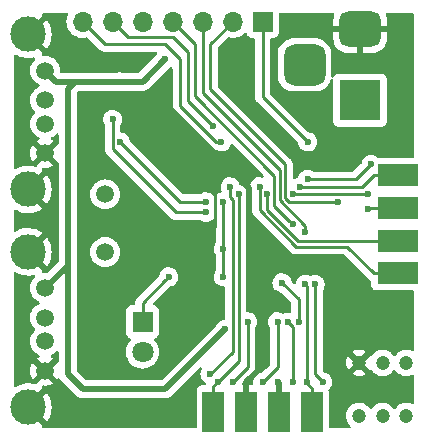
<source format=gbl>
G04 #@! TF.GenerationSoftware,KiCad,Pcbnew,6.0.8-f2edbf62ab~116~ubuntu22.04.1*
G04 #@! TF.CreationDate,2022-10-13T12:47:22+02:00*
G04 #@! TF.ProjectId,Dual USB Controller adapter CPC,4475616c-2055-4534-9220-436f6e74726f,0.2*
G04 #@! TF.SameCoordinates,Original*
G04 #@! TF.FileFunction,Copper,L2,Bot*
G04 #@! TF.FilePolarity,Positive*
%FSLAX46Y46*%
G04 Gerber Fmt 4.6, Leading zero omitted, Abs format (unit mm)*
G04 Created by KiCad (PCBNEW 6.0.8-f2edbf62ab~116~ubuntu22.04.1) date 2022-10-13 12:47:22*
%MOMM*%
%LPD*%
G01*
G04 APERTURE LIST*
G04 Aperture macros list*
%AMRoundRect*
0 Rectangle with rounded corners*
0 $1 Rounding radius*
0 $2 $3 $4 $5 $6 $7 $8 $9 X,Y pos of 4 corners*
0 Add a 4 corners polygon primitive as box body*
4,1,4,$2,$3,$4,$5,$6,$7,$8,$9,$2,$3,0*
0 Add four circle primitives for the rounded corners*
1,1,$1+$1,$2,$3*
1,1,$1+$1,$4,$5*
1,1,$1+$1,$6,$7*
1,1,$1+$1,$8,$9*
0 Add four rect primitives between the rounded corners*
20,1,$1+$1,$2,$3,$4,$5,0*
20,1,$1+$1,$4,$5,$6,$7,0*
20,1,$1+$1,$6,$7,$8,$9,0*
20,1,$1+$1,$8,$9,$2,$3,0*%
G04 Aperture macros list end*
G04 #@! TA.AperFunction,SMDPad,CuDef*
%ADD10R,3.480000X1.846667*%
G04 #@! TD*
G04 #@! TA.AperFunction,SMDPad,CuDef*
%ADD11R,1.846667X3.480000*%
G04 #@! TD*
G04 #@! TA.AperFunction,ComponentPad*
%ADD12R,1.800000X1.800000*%
G04 #@! TD*
G04 #@! TA.AperFunction,ComponentPad*
%ADD13C,1.800000*%
G04 #@! TD*
G04 #@! TA.AperFunction,ComponentPad*
%ADD14C,1.200000*%
G04 #@! TD*
G04 #@! TA.AperFunction,ComponentPad*
%ADD15C,1.500000*%
G04 #@! TD*
G04 #@! TA.AperFunction,ComponentPad*
%ADD16R,1.700000X1.700000*%
G04 #@! TD*
G04 #@! TA.AperFunction,ComponentPad*
%ADD17O,1.700000X1.700000*%
G04 #@! TD*
G04 #@! TA.AperFunction,ComponentPad*
%ADD18R,3.500000X3.500000*%
G04 #@! TD*
G04 #@! TA.AperFunction,ComponentPad*
%ADD19RoundRect,0.750000X-1.000000X0.750000X-1.000000X-0.750000X1.000000X-0.750000X1.000000X0.750000X0*%
G04 #@! TD*
G04 #@! TA.AperFunction,ComponentPad*
%ADD20RoundRect,0.875000X-0.875000X0.875000X-0.875000X-0.875000X0.875000X-0.875000X0.875000X0.875000X0*%
G04 #@! TD*
G04 #@! TA.AperFunction,ComponentPad*
%ADD21C,3.000000*%
G04 #@! TD*
G04 #@! TA.AperFunction,ViaPad*
%ADD22C,0.600000*%
G04 #@! TD*
G04 #@! TA.AperFunction,Conductor*
%ADD23C,0.250000*%
G04 #@! TD*
G04 #@! TA.AperFunction,Conductor*
%ADD24C,0.500000*%
G04 #@! TD*
G04 APERTURE END LIST*
D10*
X197485000Y-77125000D03*
X197485000Y-79895000D03*
X197485000Y-82665000D03*
X197485000Y-85435000D03*
D11*
X181900000Y-97155000D03*
X184670000Y-97155000D03*
X187440000Y-97155000D03*
X190210000Y-97155000D03*
D12*
X175895000Y-89535000D03*
D13*
X175895000Y-92075000D03*
D14*
X198215000Y-93000000D03*
X196215000Y-93000000D03*
X194215000Y-93000000D03*
X198215000Y-97500000D03*
X196215000Y-97500000D03*
X194215000Y-97500000D03*
D15*
X172720000Y-78740000D03*
X172720000Y-83620000D03*
D16*
X186055000Y-64135000D03*
D17*
X183515000Y-64135000D03*
X180975000Y-64135000D03*
X178435000Y-64135000D03*
X175895000Y-64135000D03*
X173355000Y-64135000D03*
X170815000Y-64135000D03*
D18*
X194310000Y-70770000D03*
D19*
X194310000Y-64770000D03*
D20*
X189610000Y-67770000D03*
D15*
X167640000Y-75255000D03*
X167640000Y-72755000D03*
X167640000Y-70755000D03*
X167640000Y-68255000D03*
D21*
X166190000Y-78325000D03*
X166190000Y-65185000D03*
D15*
X167640000Y-93670000D03*
X167640000Y-91170000D03*
X167640000Y-89170000D03*
X167640000Y-86670000D03*
D21*
X166190000Y-96740000D03*
X166190000Y-83600000D03*
D22*
X181610000Y-81915000D03*
X196215000Y-89535000D03*
X178435000Y-76200000D03*
X185420000Y-81915000D03*
X171450000Y-93345000D03*
X180975000Y-88900000D03*
X171450000Y-76200000D03*
X182308500Y-77533500D03*
X182724997Y-83375498D03*
X181864000Y-72961500D03*
X182724997Y-79375000D03*
X182724997Y-85725000D03*
X188595000Y-81280000D03*
X189674500Y-81915000D03*
X182562500Y-74295000D03*
X187706002Y-86233000D03*
X189103000Y-89535000D03*
X181292500Y-79375000D03*
X173990012Y-74295000D03*
X181292500Y-80264000D03*
X173355000Y-72390000D03*
X178117500Y-85725000D03*
X188595000Y-94615000D03*
X188168025Y-89567620D03*
X190500000Y-86360000D03*
X191135000Y-94615000D03*
X194945000Y-78740000D03*
X188595000Y-78740000D03*
X195245024Y-76196616D03*
X189865000Y-77470000D03*
X189805000Y-94615000D03*
X189674500Y-86360000D03*
X182245000Y-94615000D03*
X184023000Y-78740000D03*
X187325000Y-89535000D03*
X186079442Y-94639442D03*
X184785000Y-89534998D03*
X183515000Y-94615000D03*
X181610000Y-93980000D03*
X183324498Y-78105000D03*
X177800000Y-67310000D03*
X173990000Y-69215000D03*
X182879996Y-90170000D03*
X185801000Y-78105000D03*
X186436000Y-78740000D03*
X189865000Y-74295000D03*
X192405000Y-79375000D03*
X194945000Y-80010000D03*
X189230000Y-78105000D03*
X187325000Y-94615000D03*
D23*
X186055000Y-82550000D02*
X186055000Y-82550000D01*
X181909999Y-81615001D02*
X181610000Y-81915000D01*
D24*
X186055000Y-93230000D02*
X186055000Y-83185000D01*
X196215000Y-89535000D02*
X190817500Y-84137500D01*
X171450000Y-75775736D02*
X171450000Y-76200000D01*
D23*
X182045000Y-81480000D02*
X181909999Y-81615001D01*
X181419500Y-74676000D02*
X182045000Y-75301500D01*
D24*
X190817500Y-84137500D02*
X187642500Y-84137500D01*
X187642500Y-84137500D02*
X186055000Y-82550000D01*
X173355000Y-70485000D02*
X171450000Y-72390000D01*
X171450000Y-72390000D02*
X171450000Y-75775736D01*
X170815000Y-92710000D02*
X170815000Y-76835000D01*
D23*
X182045000Y-75301500D02*
X182045000Y-81480000D01*
D24*
X184670000Y-94615000D02*
X186055000Y-93230000D01*
D23*
X181419500Y-74739500D02*
X181419500Y-74676000D01*
D24*
X170815000Y-76835000D02*
X171450000Y-76200000D01*
X181419500Y-74739500D02*
X177165000Y-70485000D01*
X184670000Y-97155000D02*
X184670000Y-94615000D01*
X171450000Y-93345000D02*
X170815000Y-92710000D01*
X186055000Y-82550000D02*
X184912000Y-81407000D01*
X177165000Y-70485000D02*
X173355000Y-70485000D01*
X184912000Y-81407000D02*
X184912000Y-78232000D01*
D23*
X180975000Y-82550000D02*
X181610000Y-81915000D01*
D24*
X186055000Y-83185000D02*
X186055000Y-82550000D01*
D23*
X180975000Y-88900000D02*
X180975000Y-82550000D01*
D24*
X184912000Y-78232000D02*
X181419500Y-74739500D01*
D23*
X179705000Y-66675000D02*
X179705000Y-70802500D01*
X179705000Y-70802500D02*
X181564001Y-72661501D01*
X181564001Y-72661501D02*
X181864000Y-72961500D01*
X178435000Y-65405000D02*
X179705000Y-66675000D01*
X174625000Y-65405000D02*
X178435000Y-65405000D01*
X173355000Y-64135000D02*
X174625000Y-65405000D01*
X182724997Y-79375000D02*
X182724997Y-85725000D01*
X187061001Y-79746001D02*
X188295001Y-80980001D01*
X178435000Y-64135000D02*
X180340000Y-66040000D01*
X180340000Y-70422501D02*
X187061001Y-77143502D01*
X187061001Y-77143502D02*
X187061001Y-79746001D01*
X180340000Y-66040000D02*
X180340000Y-70422501D01*
X188295001Y-80980001D02*
X188595000Y-81280000D01*
X180975000Y-64135000D02*
X180975000Y-70167500D01*
X189674500Y-81490736D02*
X189674500Y-81915000D01*
X187511012Y-76703512D02*
X187511012Y-79226401D01*
X180975000Y-70167500D02*
X187511012Y-76703512D01*
X187511012Y-79226401D02*
X189674500Y-81389889D01*
X189674500Y-81389889D02*
X189674500Y-81490736D01*
X170815000Y-64135000D02*
X172720000Y-66040000D01*
X179070000Y-67310000D02*
X179070000Y-71226764D01*
X182138236Y-74295000D02*
X182562500Y-74295000D01*
X172720000Y-66040000D02*
X177800000Y-66040000D01*
X177800000Y-66040000D02*
X179070000Y-67310000D01*
X179070000Y-71226764D02*
X182138236Y-74295000D01*
X189103000Y-87629998D02*
X187706002Y-86233000D01*
X189103000Y-89535000D02*
X189103000Y-87629998D01*
X181292500Y-79375000D02*
X179070012Y-79375000D01*
X179070012Y-79375000D02*
X173990012Y-74295000D01*
X173355000Y-74930000D02*
X173355000Y-72390000D01*
X181292500Y-80264000D02*
X178689000Y-80264000D01*
X178689000Y-80264000D02*
X173355000Y-74930000D01*
X175895000Y-87947500D02*
X177817501Y-86024999D01*
X177817501Y-86024999D02*
X178117500Y-85725000D01*
X175895000Y-89535000D02*
X175895000Y-87947500D01*
X188168025Y-89567620D02*
X188595000Y-89994595D01*
X188595000Y-89994595D02*
X188595000Y-94615000D01*
X191135000Y-94615000D02*
X190500000Y-93980000D01*
X190500000Y-86784264D02*
X190500000Y-86360000D01*
X190500000Y-93980000D02*
X190500000Y-86784264D01*
X194945000Y-78740000D02*
X188595000Y-78740000D01*
X195245024Y-76196616D02*
X193971640Y-77470000D01*
X193971640Y-77470000D02*
X190289264Y-77470000D01*
X190289264Y-77470000D02*
X189865000Y-77470000D01*
X190210000Y-95165000D02*
X189805000Y-94760000D01*
X190210000Y-97155000D02*
X190210000Y-95165000D01*
X189805000Y-86490500D02*
X189674500Y-86360000D01*
X189805000Y-94760000D02*
X189805000Y-94615000D01*
X189805000Y-94615000D02*
X189805000Y-86490500D01*
X181900000Y-97155000D02*
X181900000Y-94960000D01*
X184023000Y-79164264D02*
X184023000Y-78740000D01*
X184023000Y-92837000D02*
X184023000Y-79164264D01*
X182245000Y-94615000D02*
X184023000Y-92837000D01*
X181900000Y-94960000D02*
X182245000Y-94615000D01*
X187325000Y-89535000D02*
X187325000Y-93393884D01*
X187325000Y-93393884D02*
X186079442Y-94639442D01*
X184785000Y-93345000D02*
X184785000Y-89534998D01*
X183515000Y-94615000D02*
X184785000Y-93345000D01*
X183324498Y-78529264D02*
X183324498Y-78105000D01*
X183324498Y-78973762D02*
X183324498Y-78529264D01*
X181610000Y-93980000D02*
X183524999Y-92065001D01*
X183524999Y-79174263D02*
X183324498Y-78973762D01*
X183524999Y-92065001D02*
X183524999Y-79174263D01*
D24*
X169545000Y-84455000D02*
X169545000Y-75247500D01*
X169545000Y-93980000D02*
X169545000Y-84455000D01*
X169545000Y-73025000D02*
X169545000Y-75247500D01*
X169545000Y-84455000D02*
X169545000Y-84765000D01*
X170180000Y-69215000D02*
X168600000Y-69215000D01*
X169545000Y-74823236D02*
X169545000Y-75247500D01*
X169545000Y-69850000D02*
X169545000Y-74823236D01*
X170815000Y-95250000D02*
X169545000Y-93980000D01*
X170180000Y-69215000D02*
X169545000Y-69850000D01*
X175895000Y-69215000D02*
X170180000Y-69215000D01*
X169545000Y-73350000D02*
X169545000Y-73025000D01*
X182879996Y-90170000D02*
X177799996Y-95250000D01*
X177799996Y-95250000D02*
X170815000Y-95250000D01*
X177800000Y-67310000D02*
X175895000Y-69215000D01*
X169545000Y-84765000D02*
X167640000Y-86670000D01*
X168600000Y-69215000D02*
X167640000Y-68255000D01*
D23*
X185801000Y-78529264D02*
X185801000Y-78105000D01*
X185801000Y-80073500D02*
X185801000Y-78529264D01*
X188912500Y-83185000D02*
X185801000Y-80073500D01*
X193245000Y-83185000D02*
X188912500Y-83185000D01*
X197485000Y-85435000D02*
X195495000Y-85435000D01*
X195495000Y-85435000D02*
X193245000Y-83185000D01*
X189028910Y-82665000D02*
X186436000Y-80072090D01*
X186436000Y-79164264D02*
X186436000Y-78740000D01*
X186436000Y-80072090D02*
X186436000Y-79164264D01*
X197485000Y-82665000D02*
X189028910Y-82665000D01*
X189865000Y-74295000D02*
X186055000Y-70485000D01*
X186055000Y-70485000D02*
X186055000Y-64135000D01*
X181610000Y-66040000D02*
X183515000Y-64135000D01*
X187969999Y-76209999D02*
X181610000Y-69850000D01*
X188304998Y-79375000D02*
X187969999Y-79040001D01*
X181610000Y-69850000D02*
X181610000Y-66040000D01*
X192405000Y-79375000D02*
X188304998Y-79375000D01*
X187969999Y-79040001D02*
X187969999Y-76209999D01*
X195060000Y-79895000D02*
X194945000Y-80010000D01*
X197485000Y-79895000D02*
X195060000Y-79895000D01*
X194515000Y-78105000D02*
X189654264Y-78105000D01*
X197485000Y-77125000D02*
X195495000Y-77125000D01*
X189654264Y-78105000D02*
X189230000Y-78105000D01*
X195495000Y-77125000D02*
X194515000Y-78105000D01*
D24*
X187440000Y-97155000D02*
X187440000Y-94730000D01*
X187440000Y-94730000D02*
X187325000Y-94615000D01*
G04 #@! TA.AperFunction,Conductor*
G36*
X165166456Y-85328348D02*
G01*
X165235271Y-85371515D01*
X165242807Y-85375556D01*
X165484520Y-85484694D01*
X165492551Y-85487680D01*
X165746832Y-85563002D01*
X165755184Y-85564869D01*
X166017340Y-85604984D01*
X166025874Y-85605700D01*
X166291045Y-85609867D01*
X166299596Y-85609418D01*
X166562883Y-85577557D01*
X166571287Y-85575954D01*
X166640333Y-85557841D01*
X166711300Y-85559903D01*
X166769886Y-85600004D01*
X166797492Y-85665414D01*
X166785352Y-85735365D01*
X166761401Y-85768812D01*
X166672251Y-85857962D01*
X166669094Y-85862470D01*
X166669092Y-85862473D01*
X166561725Y-86015809D01*
X166545944Y-86038347D01*
X166543621Y-86043329D01*
X166543618Y-86043334D01*
X166518843Y-86096465D01*
X166452880Y-86237924D01*
X166395885Y-86450629D01*
X166376693Y-86670000D01*
X166395885Y-86889371D01*
X166452880Y-87102076D01*
X166455205Y-87107061D01*
X166543618Y-87296666D01*
X166543621Y-87296671D01*
X166545944Y-87301653D01*
X166672251Y-87482038D01*
X166827962Y-87637749D01*
X167008346Y-87764056D01*
X167013331Y-87766380D01*
X167013337Y-87766384D01*
X167097877Y-87805805D01*
X167151163Y-87852722D01*
X167170624Y-87920999D01*
X167150082Y-87988959D01*
X167097878Y-88034195D01*
X167013334Y-88073618D01*
X167013329Y-88073621D01*
X167008347Y-88075944D01*
X167003840Y-88079100D01*
X167003838Y-88079101D01*
X166832473Y-88199092D01*
X166832470Y-88199094D01*
X166827962Y-88202251D01*
X166672251Y-88357962D01*
X166669094Y-88362470D01*
X166669092Y-88362473D01*
X166645124Y-88396703D01*
X166545944Y-88538347D01*
X166543621Y-88543329D01*
X166543618Y-88543334D01*
X166524903Y-88583469D01*
X166452880Y-88737924D01*
X166395885Y-88950629D01*
X166376693Y-89170000D01*
X166395885Y-89389371D01*
X166452880Y-89602076D01*
X166480680Y-89661693D01*
X166543618Y-89796666D01*
X166543621Y-89796671D01*
X166545944Y-89801653D01*
X166549100Y-89806160D01*
X166549101Y-89806162D01*
X166623750Y-89912771D01*
X166672251Y-89982038D01*
X166771118Y-90080905D01*
X166805144Y-90143217D01*
X166800079Y-90214032D01*
X166771118Y-90259095D01*
X166672251Y-90357962D01*
X166669094Y-90362470D01*
X166669092Y-90362473D01*
X166582226Y-90486531D01*
X166545944Y-90538347D01*
X166543621Y-90543329D01*
X166543618Y-90543334D01*
X166542694Y-90545316D01*
X166452880Y-90737924D01*
X166395885Y-90950629D01*
X166376693Y-91170000D01*
X166395885Y-91389371D01*
X166452880Y-91602076D01*
X166463357Y-91624544D01*
X166543618Y-91796666D01*
X166543621Y-91796671D01*
X166545944Y-91801653D01*
X166549100Y-91806160D01*
X166549101Y-91806162D01*
X166653006Y-91954553D01*
X166672251Y-91982038D01*
X166827962Y-92137749D01*
X166832471Y-92140906D01*
X166832473Y-92140908D01*
X166841686Y-92147359D01*
X167008346Y-92264056D01*
X167013328Y-92266379D01*
X167013333Y-92266382D01*
X167098469Y-92306081D01*
X167151754Y-92352998D01*
X167171215Y-92421276D01*
X167150673Y-92489235D01*
X167098469Y-92534471D01*
X167013583Y-92574054D01*
X167004093Y-92579534D01*
X166962851Y-92608411D01*
X166954477Y-92618887D01*
X166961545Y-92632334D01*
X167627189Y-93297979D01*
X167641132Y-93305592D01*
X167642966Y-93305461D01*
X167649580Y-93301210D01*
X168319180Y-92631609D01*
X168325607Y-92619839D01*
X168316313Y-92607825D01*
X168275912Y-92579536D01*
X168266416Y-92574053D01*
X168181531Y-92534471D01*
X168128246Y-92487554D01*
X168108785Y-92419276D01*
X168129327Y-92351316D01*
X168181531Y-92306081D01*
X168266667Y-92266382D01*
X168266672Y-92266379D01*
X168271654Y-92264056D01*
X168438314Y-92147359D01*
X168447527Y-92140908D01*
X168447529Y-92140906D01*
X168452038Y-92137749D01*
X168571405Y-92018382D01*
X168633717Y-91984356D01*
X168704532Y-91989421D01*
X168761368Y-92031968D01*
X168786179Y-92098488D01*
X168786500Y-92107477D01*
X168786500Y-92858223D01*
X168766498Y-92926344D01*
X168719122Y-92969756D01*
X168677665Y-92991546D01*
X168012021Y-93657189D01*
X168004408Y-93671132D01*
X168004539Y-93672966D01*
X168008790Y-93679580D01*
X168678391Y-94349180D01*
X168690161Y-94355607D01*
X168711162Y-94339360D01*
X168777280Y-94313497D01*
X168846885Y-94327485D01*
X168893634Y-94369932D01*
X168902186Y-94382976D01*
X168904523Y-94386680D01*
X168942405Y-94449107D01*
X168946121Y-94453315D01*
X168946122Y-94453316D01*
X168949803Y-94457484D01*
X168949776Y-94457508D01*
X168952429Y-94460500D01*
X168955132Y-94463733D01*
X168959144Y-94469852D01*
X168964456Y-94474884D01*
X169015383Y-94523128D01*
X169017825Y-94525506D01*
X170231230Y-95738911D01*
X170243616Y-95753323D01*
X170252149Y-95764918D01*
X170252154Y-95764923D01*
X170256492Y-95770818D01*
X170262070Y-95775557D01*
X170262073Y-95775560D01*
X170296768Y-95805035D01*
X170304284Y-95811965D01*
X170309979Y-95817660D01*
X170312861Y-95819940D01*
X170332251Y-95835281D01*
X170335655Y-95838072D01*
X170385703Y-95880591D01*
X170391285Y-95885333D01*
X170397801Y-95888661D01*
X170402850Y-95892028D01*
X170407979Y-95895195D01*
X170413716Y-95899734D01*
X170479875Y-95930655D01*
X170483769Y-95932558D01*
X170548808Y-95965769D01*
X170555916Y-95967508D01*
X170561559Y-95969607D01*
X170567322Y-95971524D01*
X170573950Y-95974622D01*
X170581112Y-95976112D01*
X170581113Y-95976112D01*
X170645412Y-95989486D01*
X170649696Y-95990456D01*
X170720610Y-96007808D01*
X170726212Y-96008156D01*
X170726215Y-96008156D01*
X170731764Y-96008500D01*
X170731762Y-96008536D01*
X170735755Y-96008775D01*
X170739947Y-96009149D01*
X170747115Y-96010640D01*
X170824520Y-96008546D01*
X170827928Y-96008500D01*
X177732926Y-96008500D01*
X177751876Y-96009933D01*
X177766111Y-96012099D01*
X177766115Y-96012099D01*
X177773345Y-96013199D01*
X177780637Y-96012606D01*
X177780640Y-96012606D01*
X177826014Y-96008915D01*
X177836229Y-96008500D01*
X177844289Y-96008500D01*
X177861676Y-96006473D01*
X177872503Y-96005211D01*
X177876878Y-96004778D01*
X177942335Y-95999454D01*
X177942338Y-95999453D01*
X177949633Y-95998860D01*
X177956597Y-95996604D01*
X177962556Y-95995413D01*
X177968411Y-95994029D01*
X177975677Y-95993182D01*
X178044323Y-95968265D01*
X178048451Y-95966848D01*
X178110932Y-95946607D01*
X178110934Y-95946606D01*
X178117895Y-95944351D01*
X178124150Y-95940555D01*
X178129624Y-95938049D01*
X178135054Y-95935330D01*
X178141933Y-95932833D01*
X178148054Y-95928820D01*
X178202972Y-95892814D01*
X178206676Y-95890477D01*
X178269103Y-95852595D01*
X178277480Y-95845197D01*
X178277504Y-95845224D01*
X178280496Y-95842571D01*
X178283729Y-95839868D01*
X178289848Y-95835856D01*
X178343124Y-95779617D01*
X178345502Y-95777175D01*
X180730528Y-93392149D01*
X180792840Y-93358123D01*
X180863655Y-93363188D01*
X180920491Y-93405735D01*
X180945302Y-93472255D01*
X180930211Y-93541629D01*
X180925545Y-93549482D01*
X180881235Y-93618238D01*
X180878826Y-93624858D01*
X180878824Y-93624861D01*
X180826287Y-93769205D01*
X180819197Y-93788685D01*
X180796463Y-93968640D01*
X180814163Y-94149160D01*
X180871418Y-94321273D01*
X180875065Y-94327295D01*
X180875066Y-94327297D01*
X180956077Y-94461062D01*
X180965380Y-94476424D01*
X180970269Y-94481487D01*
X180970270Y-94481488D01*
X180979939Y-94491500D01*
X181091382Y-94606902D01*
X181144466Y-94641639D01*
X181195551Y-94675068D01*
X181241599Y-94729105D01*
X181251123Y-94799460D01*
X181221099Y-94863795D01*
X181161058Y-94901685D01*
X181126558Y-94906500D01*
X180928533Y-94906500D01*
X180866351Y-94913255D01*
X180729962Y-94964385D01*
X180613406Y-95051739D01*
X180526052Y-95168295D01*
X180474922Y-95304684D01*
X180468167Y-95366866D01*
X180468167Y-98425500D01*
X180448165Y-98493621D01*
X180394509Y-98540114D01*
X180342167Y-98551500D01*
X167497927Y-98551500D01*
X167429806Y-98531498D01*
X167383313Y-98477842D01*
X167373209Y-98407568D01*
X167395395Y-98352266D01*
X167413125Y-98327442D01*
X167406608Y-98315818D01*
X165919885Y-96829095D01*
X165885859Y-96766783D01*
X165887694Y-96741132D01*
X166554408Y-96741132D01*
X166554539Y-96742965D01*
X166558790Y-96749580D01*
X167765730Y-97956520D01*
X167777939Y-97963187D01*
X167789439Y-97954497D01*
X167886831Y-97821913D01*
X167891418Y-97814685D01*
X168017962Y-97581621D01*
X168021530Y-97573827D01*
X168115271Y-97325750D01*
X168117748Y-97317544D01*
X168176954Y-97059038D01*
X168178294Y-97050577D01*
X168202031Y-96784616D01*
X168202277Y-96779677D01*
X168202666Y-96742485D01*
X168202523Y-96737519D01*
X168184362Y-96471123D01*
X168183201Y-96462649D01*
X168129419Y-96202944D01*
X168127120Y-96194709D01*
X168038588Y-95944705D01*
X168035191Y-95936854D01*
X167913550Y-95701178D01*
X167909122Y-95693866D01*
X167790031Y-95524417D01*
X167779509Y-95516037D01*
X167766121Y-95523089D01*
X166562022Y-96727188D01*
X166554408Y-96741132D01*
X165887694Y-96741132D01*
X165890924Y-96695968D01*
X165919885Y-96650905D01*
X167406604Y-95164186D01*
X167413795Y-95151017D01*
X167396742Y-95127177D01*
X167398074Y-95126224D01*
X167369931Y-95085021D01*
X167367938Y-95014052D01*
X167404631Y-94953273D01*
X167468358Y-94921979D01*
X167500765Y-94920624D01*
X167634514Y-94932326D01*
X167645475Y-94932326D01*
X167853804Y-94914099D01*
X167864599Y-94912196D01*
X168066595Y-94858072D01*
X168076887Y-94854326D01*
X168266416Y-94765947D01*
X168275912Y-94760464D01*
X168317148Y-94731590D01*
X168325523Y-94721112D01*
X168318457Y-94707668D01*
X167652811Y-94042021D01*
X167638868Y-94034408D01*
X167637034Y-94034539D01*
X167630420Y-94038790D01*
X166960820Y-94708391D01*
X166939167Y-94748045D01*
X166936031Y-94762465D01*
X166885832Y-94812670D01*
X166816458Y-94827765D01*
X166790921Y-94823265D01*
X166612592Y-94772467D01*
X166604214Y-94770685D01*
X166341656Y-94733318D01*
X166333111Y-94732691D01*
X166067908Y-94731302D01*
X166059374Y-94731839D01*
X165796433Y-94766456D01*
X165788035Y-94768149D01*
X165532238Y-94838127D01*
X165524143Y-94840946D01*
X165280199Y-94944997D01*
X165272576Y-94948881D01*
X165164206Y-95013739D01*
X165095482Y-95031559D01*
X165028034Y-95009395D01*
X164983276Y-94954284D01*
X164973500Y-94905623D01*
X164973500Y-93675475D01*
X166377674Y-93675475D01*
X166395901Y-93883804D01*
X166397804Y-93894599D01*
X166451928Y-94096595D01*
X166455674Y-94106887D01*
X166544054Y-94296417D01*
X166549534Y-94305907D01*
X166578411Y-94347149D01*
X166588887Y-94355523D01*
X166602334Y-94348455D01*
X167267979Y-93682811D01*
X167275592Y-93668868D01*
X167275461Y-93667034D01*
X167271210Y-93660420D01*
X166601609Y-92990820D01*
X166589839Y-92984393D01*
X166577824Y-92993689D01*
X166549534Y-93034093D01*
X166544054Y-93043583D01*
X166455674Y-93233113D01*
X166451928Y-93243405D01*
X166397804Y-93445401D01*
X166395901Y-93456196D01*
X166377674Y-93664525D01*
X166377674Y-93675475D01*
X164973500Y-93675475D01*
X164973500Y-85435086D01*
X164993502Y-85366965D01*
X165047158Y-85320472D01*
X165117432Y-85310368D01*
X165166456Y-85328348D01*
G37*
G04 #@! TD.AperFunction*
G04 #@! TA.AperFunction,Conductor*
G36*
X178382147Y-67990030D02*
G01*
X178426809Y-68045219D01*
X178436500Y-68093677D01*
X178436500Y-71147997D01*
X178435973Y-71159180D01*
X178434298Y-71166673D01*
X178434547Y-71174599D01*
X178434547Y-71174600D01*
X178436438Y-71234750D01*
X178436500Y-71238709D01*
X178436500Y-71266620D01*
X178436997Y-71270554D01*
X178436997Y-71270555D01*
X178437005Y-71270620D01*
X178437938Y-71282457D01*
X178439327Y-71326653D01*
X178444978Y-71346103D01*
X178448987Y-71365464D01*
X178451526Y-71385561D01*
X178454445Y-71392932D01*
X178454445Y-71392934D01*
X178467804Y-71426676D01*
X178471649Y-71437906D01*
X178483982Y-71480357D01*
X178488015Y-71487176D01*
X178488017Y-71487181D01*
X178494293Y-71497792D01*
X178502988Y-71515540D01*
X178510448Y-71534381D01*
X178515110Y-71540797D01*
X178515110Y-71540798D01*
X178536436Y-71570151D01*
X178542952Y-71580071D01*
X178552992Y-71597047D01*
X178565458Y-71618126D01*
X178579779Y-71632447D01*
X178592619Y-71647480D01*
X178604528Y-71663871D01*
X178610634Y-71668922D01*
X178638605Y-71692062D01*
X178647384Y-71700052D01*
X181634584Y-74687253D01*
X181642124Y-74695539D01*
X181646236Y-74702018D01*
X181652013Y-74707443D01*
X181695887Y-74748643D01*
X181698729Y-74751398D01*
X181718466Y-74771135D01*
X181721663Y-74773615D01*
X181730683Y-74781318D01*
X181762915Y-74811586D01*
X181769861Y-74815405D01*
X181769864Y-74815407D01*
X181780670Y-74821348D01*
X181797189Y-74832199D01*
X181813195Y-74844614D01*
X181820464Y-74847759D01*
X181820468Y-74847762D01*
X181853773Y-74862174D01*
X181864423Y-74867391D01*
X181903176Y-74888695D01*
X181910851Y-74890666D01*
X181910852Y-74890666D01*
X181922798Y-74893733D01*
X181941503Y-74900137D01*
X181960091Y-74908181D01*
X181967914Y-74909420D01*
X181967924Y-74909423D01*
X182003760Y-74915099D01*
X182015381Y-74917505D01*
X182031023Y-74921521D01*
X182068682Y-74938131D01*
X182123177Y-74973791D01*
X182195659Y-75021222D01*
X182202263Y-75023678D01*
X182202265Y-75023679D01*
X182359058Y-75081990D01*
X182359060Y-75081990D01*
X182365668Y-75084448D01*
X182449495Y-75095633D01*
X182538480Y-75107507D01*
X182538484Y-75107507D01*
X182545461Y-75108438D01*
X182552472Y-75107800D01*
X182552476Y-75107800D01*
X182694959Y-75094832D01*
X182726100Y-75091998D01*
X182732802Y-75089820D01*
X182732804Y-75089820D01*
X182891909Y-75038124D01*
X182891912Y-75038123D01*
X182898608Y-75035947D01*
X183002766Y-74973856D01*
X183048360Y-74946677D01*
X183048362Y-74946676D01*
X183054412Y-74943069D01*
X183185766Y-74817982D01*
X183286143Y-74666902D01*
X183288646Y-74660314D01*
X183288647Y-74660312D01*
X183327745Y-74557385D01*
X183370634Y-74500806D01*
X183437302Y-74476397D01*
X183506584Y-74491907D01*
X183534628Y-74513033D01*
X186131398Y-77109804D01*
X186165424Y-77172116D01*
X186160359Y-77242932D01*
X186117812Y-77299767D01*
X186051292Y-77324578D01*
X186000034Y-77317597D01*
X185993426Y-77315244D01*
X185986790Y-77312881D01*
X185979802Y-77312048D01*
X185979799Y-77312047D01*
X185856698Y-77297368D01*
X185806680Y-77291404D01*
X185799677Y-77292140D01*
X185799676Y-77292140D01*
X185633288Y-77309628D01*
X185633286Y-77309629D01*
X185626288Y-77310364D01*
X185454579Y-77368818D01*
X185448575Y-77372512D01*
X185306095Y-77460166D01*
X185306092Y-77460168D01*
X185300088Y-77463862D01*
X185295053Y-77468793D01*
X185295050Y-77468795D01*
X185175525Y-77585843D01*
X185170493Y-77590771D01*
X185072235Y-77743238D01*
X185069826Y-77749858D01*
X185069824Y-77749861D01*
X185012606Y-77907066D01*
X185010197Y-77913685D01*
X184987463Y-78093640D01*
X185005163Y-78274160D01*
X185062418Y-78446273D01*
X185066065Y-78452295D01*
X185066066Y-78452297D01*
X185149276Y-78589694D01*
X185167500Y-78654965D01*
X185167500Y-79994733D01*
X185166973Y-80005916D01*
X185165298Y-80013409D01*
X185165547Y-80021335D01*
X185165547Y-80021336D01*
X185167438Y-80081486D01*
X185167500Y-80085445D01*
X185167500Y-80113356D01*
X185167997Y-80117290D01*
X185167997Y-80117291D01*
X185168005Y-80117356D01*
X185168938Y-80129193D01*
X185170327Y-80173389D01*
X185175978Y-80192839D01*
X185179987Y-80212200D01*
X185182526Y-80232297D01*
X185185445Y-80239668D01*
X185185445Y-80239670D01*
X185198804Y-80273412D01*
X185202649Y-80284642D01*
X185214982Y-80327093D01*
X185219015Y-80333912D01*
X185219017Y-80333917D01*
X185225293Y-80344528D01*
X185233988Y-80362276D01*
X185241448Y-80381117D01*
X185246110Y-80387533D01*
X185246110Y-80387534D01*
X185267436Y-80416887D01*
X185273952Y-80426807D01*
X185296458Y-80464862D01*
X185310779Y-80479183D01*
X185323619Y-80494216D01*
X185335528Y-80510607D01*
X185341634Y-80515658D01*
X185369605Y-80538798D01*
X185378384Y-80546788D01*
X188408843Y-83577247D01*
X188416387Y-83585537D01*
X188420500Y-83592018D01*
X188426277Y-83597443D01*
X188470167Y-83638658D01*
X188473009Y-83641413D01*
X188492730Y-83661134D01*
X188495925Y-83663612D01*
X188504947Y-83671318D01*
X188537179Y-83701586D01*
X188548358Y-83707732D01*
X188554932Y-83711346D01*
X188571456Y-83722199D01*
X188587459Y-83734613D01*
X188628043Y-83752176D01*
X188638673Y-83757383D01*
X188677440Y-83778695D01*
X188685117Y-83780666D01*
X188685122Y-83780668D01*
X188697058Y-83783732D01*
X188715766Y-83790137D01*
X188734355Y-83798181D01*
X188742180Y-83799420D01*
X188742182Y-83799421D01*
X188778019Y-83805097D01*
X188789640Y-83807504D01*
X188824789Y-83816528D01*
X188832470Y-83818500D01*
X188852731Y-83818500D01*
X188872440Y-83820051D01*
X188892443Y-83823219D01*
X188900335Y-83822473D01*
X188905562Y-83821979D01*
X188936454Y-83819059D01*
X188948311Y-83818500D01*
X192930406Y-83818500D01*
X192998527Y-83838502D01*
X193019501Y-83855405D01*
X194991343Y-85827247D01*
X194998887Y-85835537D01*
X195003000Y-85842018D01*
X195008777Y-85847443D01*
X195052667Y-85888658D01*
X195055509Y-85891413D01*
X195075231Y-85911135D01*
X195078355Y-85913558D01*
X195078359Y-85913562D01*
X195078424Y-85913612D01*
X195087445Y-85921317D01*
X195119679Y-85951586D01*
X195126627Y-85955405D01*
X195126629Y-85955407D01*
X195137432Y-85961346D01*
X195153959Y-85972202D01*
X195163698Y-85979757D01*
X195163700Y-85979758D01*
X195169960Y-85984614D01*
X195175284Y-85986918D01*
X195223092Y-86038120D01*
X195236500Y-86094680D01*
X195236500Y-86406467D01*
X195243255Y-86468649D01*
X195294385Y-86605038D01*
X195381739Y-86721594D01*
X195498295Y-86808948D01*
X195634684Y-86860078D01*
X195696866Y-86866833D01*
X198755500Y-86866833D01*
X198823621Y-86886835D01*
X198870114Y-86940491D01*
X198881500Y-86992833D01*
X198881500Y-91886432D01*
X198861498Y-91954553D01*
X198807842Y-92001046D01*
X198737568Y-92011150D01*
X198708810Y-92003462D01*
X198536549Y-91934737D01*
X198531180Y-91932595D01*
X198356663Y-91897881D01*
X198337032Y-91893976D01*
X198337031Y-91893976D01*
X198331366Y-91892849D01*
X198325592Y-91892773D01*
X198325588Y-91892773D01*
X198222452Y-91891424D01*
X198127655Y-91890183D01*
X198121958Y-91891162D01*
X198121957Y-91891162D01*
X198102671Y-91894476D01*
X197926870Y-91924684D01*
X197735734Y-91995198D01*
X197730773Y-91998150D01*
X197730772Y-91998150D01*
X197614939Y-92067064D01*
X197560649Y-92099363D01*
X197407478Y-92233690D01*
X197313395Y-92353034D01*
X197255515Y-92394146D01*
X197184595Y-92397440D01*
X197123152Y-92361869D01*
X197113488Y-92350416D01*
X197045758Y-92259715D01*
X197045758Y-92259714D01*
X197042305Y-92255091D01*
X196952646Y-92172211D01*
X196896943Y-92120719D01*
X196896940Y-92120717D01*
X196892703Y-92116800D01*
X196786947Y-92050073D01*
X196725288Y-92011169D01*
X196725283Y-92011167D01*
X196720404Y-92008088D01*
X196531180Y-91932595D01*
X196356663Y-91897881D01*
X196337032Y-91893976D01*
X196337031Y-91893976D01*
X196331366Y-91892849D01*
X196325592Y-91892773D01*
X196325588Y-91892773D01*
X196222452Y-91891424D01*
X196127655Y-91890183D01*
X196121958Y-91891162D01*
X196121957Y-91891162D01*
X196102671Y-91894476D01*
X195926870Y-91924684D01*
X195735734Y-91995198D01*
X195730773Y-91998150D01*
X195730772Y-91998150D01*
X195614939Y-92067064D01*
X195560649Y-92099363D01*
X195407478Y-92233690D01*
X195403907Y-92238220D01*
X195403906Y-92238221D01*
X195297274Y-92373482D01*
X195239392Y-92414595D01*
X195189174Y-92421143D01*
X195161457Y-92419125D01*
X195147449Y-92426762D01*
X194587021Y-92987189D01*
X194579408Y-93001132D01*
X194579539Y-93002966D01*
X194583790Y-93009580D01*
X195145239Y-93571028D01*
X195159176Y-93578639D01*
X195190419Y-93576404D01*
X195259793Y-93591495D01*
X195302305Y-93629363D01*
X195368479Y-93722997D01*
X195408154Y-93761647D01*
X195491059Y-93842409D01*
X195514410Y-93865157D01*
X195519206Y-93868362D01*
X195519209Y-93868364D01*
X195644227Y-93951898D01*
X195683803Y-93978342D01*
X195689106Y-93980620D01*
X195689109Y-93980622D01*
X195865680Y-94056483D01*
X195870987Y-94058763D01*
X195943817Y-94075243D01*
X196064055Y-94102450D01*
X196064060Y-94102451D01*
X196069692Y-94103725D01*
X196075463Y-94103952D01*
X196075465Y-94103952D01*
X196138470Y-94106427D01*
X196273263Y-94111723D01*
X196474883Y-94082490D01*
X196480347Y-94080635D01*
X196480352Y-94080634D01*
X196662327Y-94018862D01*
X196662332Y-94018860D01*
X196667799Y-94017004D01*
X196673653Y-94013726D01*
X196754159Y-93968640D01*
X196845551Y-93917458D01*
X197002186Y-93787186D01*
X197119733Y-93645851D01*
X197178670Y-93606267D01*
X197249652Y-93604831D01*
X197310143Y-93641998D01*
X197319503Y-93653699D01*
X197364661Y-93717595D01*
X197368479Y-93722997D01*
X197408154Y-93761647D01*
X197491059Y-93842409D01*
X197514410Y-93865157D01*
X197519206Y-93868362D01*
X197519209Y-93868364D01*
X197644227Y-93951898D01*
X197683803Y-93978342D01*
X197689106Y-93980620D01*
X197689109Y-93980622D01*
X197865680Y-94056483D01*
X197870987Y-94058763D01*
X197943817Y-94075243D01*
X198064055Y-94102450D01*
X198064060Y-94102451D01*
X198069692Y-94103725D01*
X198075463Y-94103952D01*
X198075465Y-94103952D01*
X198138470Y-94106427D01*
X198273263Y-94111723D01*
X198474883Y-94082490D01*
X198480347Y-94080635D01*
X198480352Y-94080634D01*
X198662327Y-94018862D01*
X198662332Y-94018860D01*
X198667799Y-94017004D01*
X198693935Y-94002367D01*
X198763143Y-93986534D01*
X198829925Y-94010632D01*
X198873078Y-94067009D01*
X198881500Y-94112302D01*
X198881500Y-96386432D01*
X198861498Y-96454553D01*
X198807842Y-96501046D01*
X198737568Y-96511150D01*
X198708810Y-96503462D01*
X198536549Y-96434737D01*
X198531180Y-96432595D01*
X198331366Y-96392849D01*
X198325592Y-96392773D01*
X198325588Y-96392773D01*
X198222452Y-96391424D01*
X198127655Y-96390183D01*
X198121958Y-96391162D01*
X198121957Y-96391162D01*
X197932567Y-96423705D01*
X197926870Y-96424684D01*
X197735734Y-96495198D01*
X197730773Y-96498150D01*
X197730772Y-96498150D01*
X197721844Y-96503462D01*
X197560649Y-96599363D01*
X197407478Y-96733690D01*
X197313395Y-96853034D01*
X197255515Y-96894146D01*
X197184595Y-96897440D01*
X197123152Y-96861869D01*
X197113488Y-96850416D01*
X197045758Y-96759715D01*
X197045758Y-96759714D01*
X197042305Y-96755091D01*
X196952646Y-96672211D01*
X196896943Y-96620719D01*
X196896940Y-96620717D01*
X196892703Y-96616800D01*
X196846675Y-96587759D01*
X196725288Y-96511169D01*
X196725283Y-96511167D01*
X196720404Y-96508088D01*
X196531180Y-96432595D01*
X196331366Y-96392849D01*
X196325592Y-96392773D01*
X196325588Y-96392773D01*
X196222452Y-96391424D01*
X196127655Y-96390183D01*
X196121958Y-96391162D01*
X196121957Y-96391162D01*
X195932567Y-96423705D01*
X195926870Y-96424684D01*
X195735734Y-96495198D01*
X195730773Y-96498150D01*
X195730772Y-96498150D01*
X195721844Y-96503462D01*
X195560649Y-96599363D01*
X195407478Y-96733690D01*
X195313395Y-96853034D01*
X195255515Y-96894146D01*
X195184595Y-96897440D01*
X195123152Y-96861869D01*
X195113488Y-96850416D01*
X195045758Y-96759715D01*
X195045758Y-96759714D01*
X195042305Y-96755091D01*
X194952646Y-96672211D01*
X194896943Y-96620719D01*
X194896940Y-96620717D01*
X194892703Y-96616800D01*
X194846675Y-96587759D01*
X194725288Y-96511169D01*
X194725283Y-96511167D01*
X194720404Y-96508088D01*
X194531180Y-96432595D01*
X194331366Y-96392849D01*
X194325592Y-96392773D01*
X194325588Y-96392773D01*
X194222452Y-96391424D01*
X194127655Y-96390183D01*
X194121958Y-96391162D01*
X194121957Y-96391162D01*
X193932567Y-96423705D01*
X193926870Y-96424684D01*
X193735734Y-96495198D01*
X193730773Y-96498150D01*
X193730772Y-96498150D01*
X193721844Y-96503462D01*
X193560649Y-96599363D01*
X193407478Y-96733690D01*
X193403911Y-96738215D01*
X193403906Y-96738220D01*
X193317331Y-96848040D01*
X193281351Y-96893681D01*
X193186492Y-97073978D01*
X193126078Y-97268543D01*
X193102132Y-97470859D01*
X193115457Y-97674151D01*
X193165605Y-97871610D01*
X193250898Y-98056624D01*
X193368479Y-98222997D01*
X193463763Y-98315818D01*
X193483706Y-98335246D01*
X193518543Y-98397107D01*
X193514406Y-98467983D01*
X193472607Y-98525371D01*
X193406417Y-98551051D01*
X193395784Y-98551500D01*
X191767833Y-98551500D01*
X191699712Y-98531498D01*
X191653219Y-98477842D01*
X191641833Y-98425500D01*
X191641833Y-95366866D01*
X191636941Y-95321831D01*
X191649469Y-95251949D01*
X191675312Y-95216978D01*
X191733980Y-95161109D01*
X191758266Y-95137982D01*
X191858643Y-94986902D01*
X191901458Y-94874192D01*
X191920555Y-94823920D01*
X191920556Y-94823918D01*
X191923055Y-94817338D01*
X191932639Y-94749146D01*
X191947748Y-94641639D01*
X191947748Y-94641636D01*
X191948299Y-94637717D01*
X191948616Y-94615000D01*
X191928397Y-94434745D01*
X191911664Y-94386695D01*
X191871064Y-94270106D01*
X191871062Y-94270103D01*
X191868745Y-94263448D01*
X191792951Y-94142151D01*
X191776359Y-94115598D01*
X191772626Y-94109624D01*
X191767664Y-94104627D01*
X191649778Y-93985915D01*
X191649774Y-93985912D01*
X191644815Y-93980918D01*
X191582377Y-93941294D01*
X193638066Y-93941294D01*
X193647948Y-93953783D01*
X193679239Y-93974691D01*
X193689349Y-93980181D01*
X193865835Y-94056005D01*
X193876778Y-94059560D01*
X194064120Y-94101952D01*
X194075530Y-94103454D01*
X194267469Y-94110995D01*
X194278951Y-94110393D01*
X194469045Y-94082832D01*
X194480240Y-94080144D01*
X194662131Y-94018400D01*
X194672628Y-94013726D01*
X194783032Y-93951898D01*
X194792895Y-93941821D01*
X194789940Y-93934151D01*
X194227811Y-93372021D01*
X194213868Y-93364408D01*
X194212034Y-93364539D01*
X194205420Y-93368790D01*
X193644259Y-93929952D01*
X193638066Y-93941294D01*
X191582377Y-93941294D01*
X191491666Y-93883727D01*
X191320790Y-93822881D01*
X191271007Y-93816945D01*
X191205734Y-93789018D01*
X191196829Y-93780925D01*
X191170403Y-93754498D01*
X191136379Y-93692185D01*
X191133500Y-93665404D01*
X191133500Y-92976638D01*
X193103012Y-92976638D01*
X193115575Y-93168304D01*
X193117376Y-93179674D01*
X193164657Y-93365843D01*
X193168498Y-93376690D01*
X193248916Y-93551130D01*
X193254664Y-93561086D01*
X193260788Y-93569751D01*
X193271377Y-93578140D01*
X193284676Y-93571113D01*
X193842979Y-93012811D01*
X193850592Y-92998868D01*
X193850461Y-92997034D01*
X193846210Y-92990420D01*
X193283538Y-92427749D01*
X193271163Y-92420992D01*
X193265197Y-92425458D01*
X193189645Y-92569058D01*
X193185242Y-92579691D01*
X193128281Y-92763132D01*
X193125891Y-92774376D01*
X193103313Y-92965137D01*
X193103012Y-92976638D01*
X191133500Y-92976638D01*
X191133500Y-92058675D01*
X193637788Y-92058675D01*
X193641275Y-92067064D01*
X194202189Y-92627979D01*
X194216132Y-92635592D01*
X194217966Y-92635461D01*
X194224580Y-92631210D01*
X194785285Y-92070504D01*
X194792042Y-92058129D01*
X194786012Y-92050073D01*
X194725061Y-92011616D01*
X194714813Y-92006395D01*
X194536401Y-91935216D01*
X194525373Y-91931949D01*
X194336982Y-91894476D01*
X194325535Y-91893273D01*
X194133477Y-91890759D01*
X194121997Y-91891662D01*
X193932697Y-91924190D01*
X193921577Y-91927170D01*
X193741365Y-91993653D01*
X193730991Y-91998601D01*
X193647385Y-92048342D01*
X193637788Y-92058675D01*
X191133500Y-92058675D01*
X191133500Y-86905620D01*
X191154552Y-86835893D01*
X191172454Y-86808948D01*
X191223643Y-86731902D01*
X191281233Y-86580297D01*
X191285555Y-86568920D01*
X191285556Y-86568918D01*
X191288055Y-86562338D01*
X191292814Y-86528475D01*
X191312748Y-86386639D01*
X191312748Y-86386636D01*
X191313299Y-86382717D01*
X191313452Y-86371738D01*
X191313561Y-86363962D01*
X191313561Y-86363957D01*
X191313616Y-86360000D01*
X191293397Y-86179745D01*
X191291080Y-86173091D01*
X191236064Y-86015106D01*
X191236062Y-86015103D01*
X191233745Y-86008448D01*
X191176759Y-85917251D01*
X191141359Y-85860598D01*
X191137626Y-85854624D01*
X191123941Y-85840843D01*
X191014778Y-85730915D01*
X191014774Y-85730912D01*
X191009815Y-85725918D01*
X191002164Y-85721062D01*
X190950538Y-85688300D01*
X190856666Y-85628727D01*
X190802440Y-85609418D01*
X190692425Y-85570243D01*
X190692420Y-85570242D01*
X190685790Y-85567881D01*
X190678802Y-85567048D01*
X190678799Y-85567047D01*
X190550462Y-85551744D01*
X190505680Y-85546404D01*
X190498677Y-85547140D01*
X190498676Y-85547140D01*
X190332288Y-85564628D01*
X190332286Y-85564629D01*
X190325288Y-85565364D01*
X190247450Y-85591862D01*
X190160249Y-85621547D01*
X190160246Y-85621548D01*
X190153579Y-85623818D01*
X190147578Y-85627510D01*
X190141205Y-85630509D01*
X190139873Y-85627678D01*
X190084717Y-85642709D01*
X190033874Y-85630445D01*
X190031166Y-85628727D01*
X189950502Y-85600004D01*
X189866925Y-85570243D01*
X189866920Y-85570242D01*
X189860290Y-85567881D01*
X189853302Y-85567048D01*
X189853299Y-85567047D01*
X189724962Y-85551744D01*
X189680180Y-85546404D01*
X189673177Y-85547140D01*
X189673176Y-85547140D01*
X189506788Y-85564628D01*
X189506786Y-85564629D01*
X189499788Y-85565364D01*
X189328079Y-85623818D01*
X189277976Y-85654642D01*
X189179595Y-85715166D01*
X189179592Y-85715168D01*
X189173588Y-85718862D01*
X189168553Y-85723793D01*
X189168550Y-85723795D01*
X189062909Y-85827247D01*
X189043993Y-85845771D01*
X188945735Y-85998238D01*
X188943326Y-86004858D01*
X188943324Y-86004861D01*
X188912222Y-86090314D01*
X188883697Y-86168685D01*
X188882814Y-86175675D01*
X188877113Y-86220802D01*
X188848731Y-86285879D01*
X188789671Y-86325280D01*
X188718685Y-86326497D01*
X188663012Y-86294105D01*
X188540423Y-86171516D01*
X188506397Y-86109204D01*
X188504303Y-86096465D01*
X188500184Y-86059746D01*
X188499399Y-86052745D01*
X188450948Y-85913612D01*
X188442066Y-85888106D01*
X188442064Y-85888103D01*
X188439747Y-85881448D01*
X188426719Y-85860598D01*
X188347361Y-85733598D01*
X188343628Y-85727624D01*
X188337112Y-85721062D01*
X188220780Y-85603915D01*
X188220776Y-85603912D01*
X188215817Y-85598918D01*
X188204699Y-85591862D01*
X188134382Y-85547238D01*
X188062668Y-85501727D01*
X188014834Y-85484694D01*
X187898427Y-85443243D01*
X187898422Y-85443242D01*
X187891792Y-85440881D01*
X187884804Y-85440048D01*
X187884801Y-85440047D01*
X187761700Y-85425368D01*
X187711682Y-85419404D01*
X187704679Y-85420140D01*
X187704678Y-85420140D01*
X187538290Y-85437628D01*
X187538288Y-85437629D01*
X187531290Y-85438364D01*
X187359581Y-85496818D01*
X187353577Y-85500512D01*
X187211097Y-85588166D01*
X187211094Y-85588168D01*
X187205090Y-85591862D01*
X187200055Y-85596793D01*
X187200052Y-85596795D01*
X187080527Y-85713843D01*
X187075495Y-85718771D01*
X186977237Y-85871238D01*
X186974828Y-85877858D01*
X186974826Y-85877861D01*
X186928722Y-86004531D01*
X186915199Y-86041685D01*
X186892465Y-86221640D01*
X186910165Y-86402160D01*
X186967420Y-86574273D01*
X186971067Y-86580295D01*
X186971068Y-86580297D01*
X187052292Y-86714414D01*
X187061382Y-86729424D01*
X187066271Y-86734487D01*
X187066272Y-86734488D01*
X187132977Y-86803562D01*
X187187384Y-86859902D01*
X187339161Y-86959222D01*
X187345765Y-86961678D01*
X187345767Y-86961679D01*
X187502560Y-87019990D01*
X187502562Y-87019990D01*
X187509170Y-87022448D01*
X187516155Y-87023380D01*
X187516159Y-87023381D01*
X187551089Y-87028041D01*
X187571189Y-87030723D01*
X187636065Y-87059558D01*
X187643619Y-87066521D01*
X188432595Y-87855497D01*
X188466621Y-87917809D01*
X188469500Y-87944592D01*
X188469500Y-88647378D01*
X188449498Y-88715499D01*
X188395842Y-88761992D01*
X188328581Y-88772492D01*
X188173705Y-88754024D01*
X188166702Y-88754760D01*
X188166701Y-88754760D01*
X188000313Y-88772248D01*
X188000311Y-88772249D01*
X187993313Y-88772984D01*
X187821604Y-88831438D01*
X187821050Y-88829812D01*
X187759644Y-88839365D01*
X187708624Y-88820835D01*
X187681666Y-88803727D01*
X187652463Y-88793328D01*
X187517425Y-88745243D01*
X187517420Y-88745242D01*
X187510790Y-88742881D01*
X187503802Y-88742048D01*
X187503799Y-88742047D01*
X187380698Y-88727368D01*
X187330680Y-88721404D01*
X187323677Y-88722140D01*
X187323676Y-88722140D01*
X187157288Y-88739628D01*
X187157286Y-88739629D01*
X187150288Y-88740364D01*
X186978579Y-88798818D01*
X186949522Y-88816694D01*
X186830095Y-88890166D01*
X186830092Y-88890168D01*
X186824088Y-88893862D01*
X186819053Y-88898793D01*
X186819050Y-88898795D01*
X186699525Y-89015843D01*
X186694493Y-89020771D01*
X186596235Y-89173238D01*
X186593826Y-89179858D01*
X186593824Y-89179861D01*
X186590096Y-89190104D01*
X186534197Y-89343685D01*
X186511463Y-89523640D01*
X186529163Y-89704160D01*
X186586418Y-89876273D01*
X186590065Y-89882295D01*
X186590066Y-89882297D01*
X186673276Y-90019694D01*
X186691500Y-90084965D01*
X186691500Y-93079289D01*
X186671498Y-93147410D01*
X186654595Y-93168385D01*
X186336296Y-93486683D01*
X186018349Y-93804630D01*
X185956037Y-93838655D01*
X185942425Y-93840844D01*
X185911730Y-93844070D01*
X185911728Y-93844070D01*
X185904730Y-93844806D01*
X185733021Y-93903260D01*
X185727017Y-93906954D01*
X185584537Y-93994608D01*
X185584534Y-93994610D01*
X185578530Y-93998304D01*
X185573495Y-94003235D01*
X185573492Y-94003237D01*
X185462119Y-94112302D01*
X185448935Y-94125213D01*
X185350677Y-94277680D01*
X185348268Y-94284300D01*
X185348266Y-94284303D01*
X185293510Y-94434745D01*
X185288639Y-94448127D01*
X185265905Y-94628082D01*
X185273779Y-94708391D01*
X185279693Y-94768705D01*
X185266433Y-94838452D01*
X185217571Y-94889959D01*
X185154294Y-94907000D01*
X184942115Y-94907000D01*
X184926876Y-94911475D01*
X184925671Y-94912865D01*
X184924000Y-94920548D01*
X184924000Y-97283000D01*
X184903998Y-97351121D01*
X184850342Y-97397614D01*
X184798000Y-97409000D01*
X184542000Y-97409000D01*
X184473879Y-97388998D01*
X184427386Y-97335342D01*
X184416000Y-97283000D01*
X184416000Y-94925116D01*
X184411525Y-94909877D01*
X184410135Y-94908672D01*
X184408042Y-94908217D01*
X184345730Y-94874192D01*
X184311705Y-94811880D01*
X184310051Y-94767561D01*
X184312639Y-94749146D01*
X184341927Y-94684471D01*
X184348318Y-94677586D01*
X185177247Y-93848657D01*
X185185537Y-93841113D01*
X185192018Y-93837000D01*
X185238659Y-93787332D01*
X185241413Y-93784491D01*
X185261134Y-93764770D01*
X185263612Y-93761575D01*
X185271318Y-93752553D01*
X185296158Y-93726101D01*
X185301586Y-93720321D01*
X185311346Y-93702568D01*
X185322199Y-93686045D01*
X185323356Y-93684553D01*
X185334613Y-93670041D01*
X185352176Y-93629457D01*
X185357383Y-93618827D01*
X185378695Y-93580060D01*
X185380666Y-93572383D01*
X185380668Y-93572378D01*
X185383732Y-93560442D01*
X185390138Y-93541730D01*
X185395033Y-93530419D01*
X185398181Y-93523145D01*
X185399421Y-93515317D01*
X185399423Y-93515310D01*
X185405099Y-93479476D01*
X185407505Y-93467856D01*
X185416528Y-93432711D01*
X185416528Y-93432710D01*
X185418500Y-93425030D01*
X185418500Y-93404776D01*
X185420051Y-93385065D01*
X185421378Y-93376690D01*
X185423220Y-93365057D01*
X185419059Y-93321038D01*
X185418500Y-93309181D01*
X185418500Y-90080618D01*
X185439552Y-90010891D01*
X185504742Y-89912771D01*
X185508643Y-89906900D01*
X185573055Y-89737336D01*
X185591364Y-89607061D01*
X185597748Y-89561637D01*
X185597748Y-89561634D01*
X185598299Y-89557715D01*
X185598616Y-89534998D01*
X185578397Y-89354743D01*
X185562977Y-89310462D01*
X185521064Y-89190104D01*
X185521062Y-89190101D01*
X185518745Y-89183446D01*
X185510343Y-89170000D01*
X185426359Y-89035596D01*
X185422626Y-89029622D01*
X185408943Y-89015843D01*
X185299778Y-88905913D01*
X185299774Y-88905910D01*
X185294815Y-88900916D01*
X185141666Y-88803725D01*
X185062404Y-88775501D01*
X184977425Y-88745241D01*
X184977420Y-88745240D01*
X184970790Y-88742879D01*
X184963802Y-88742046D01*
X184963799Y-88742045D01*
X184840698Y-88727366D01*
X184790680Y-88721402D01*
X184783674Y-88722138D01*
X184781622Y-88722124D01*
X184713642Y-88701648D01*
X184667524Y-88647669D01*
X184656500Y-88596127D01*
X184656500Y-79285620D01*
X184677552Y-79215893D01*
X184742742Y-79117773D01*
X184746643Y-79111902D01*
X184804585Y-78959371D01*
X184808555Y-78948920D01*
X184808556Y-78948918D01*
X184811055Y-78942338D01*
X184812035Y-78935366D01*
X184835748Y-78766639D01*
X184835748Y-78766636D01*
X184836299Y-78762717D01*
X184836452Y-78751738D01*
X184836561Y-78743962D01*
X184836561Y-78743957D01*
X184836616Y-78740000D01*
X184816397Y-78559745D01*
X184804683Y-78526106D01*
X184759064Y-78395106D01*
X184759062Y-78395103D01*
X184756745Y-78388448D01*
X184718951Y-78327965D01*
X184664359Y-78240598D01*
X184660626Y-78234624D01*
X184655664Y-78229627D01*
X184537778Y-78110915D01*
X184537774Y-78110912D01*
X184532815Y-78105918D01*
X184379666Y-78008727D01*
X184350463Y-77998328D01*
X184215425Y-77950243D01*
X184215420Y-77950242D01*
X184208790Y-77947881D01*
X184201801Y-77947048D01*
X184201794Y-77947046D01*
X184200535Y-77946896D01*
X184199784Y-77946575D01*
X184194934Y-77945437D01*
X184195134Y-77944585D01*
X184135263Y-77918965D01*
X184096470Y-77863221D01*
X184058243Y-77753448D01*
X183962124Y-77599624D01*
X183914292Y-77551457D01*
X183839276Y-77475915D01*
X183839272Y-77475912D01*
X183834313Y-77470918D01*
X183823195Y-77463862D01*
X183754570Y-77420312D01*
X183681164Y-77373727D01*
X183651961Y-77363328D01*
X183516923Y-77315243D01*
X183516918Y-77315242D01*
X183510288Y-77312881D01*
X183503300Y-77312048D01*
X183503297Y-77312047D01*
X183380196Y-77297368D01*
X183330178Y-77291404D01*
X183323175Y-77292140D01*
X183323174Y-77292140D01*
X183156786Y-77309628D01*
X183156784Y-77309629D01*
X183149786Y-77310364D01*
X182978077Y-77368818D01*
X182972073Y-77372512D01*
X182829593Y-77460166D01*
X182829590Y-77460168D01*
X182823586Y-77463862D01*
X182818551Y-77468793D01*
X182818548Y-77468795D01*
X182699023Y-77585843D01*
X182693991Y-77590771D01*
X182595733Y-77743238D01*
X182593324Y-77749858D01*
X182593322Y-77749861D01*
X182536104Y-77907066D01*
X182533695Y-77913685D01*
X182510961Y-78093640D01*
X182528661Y-78274160D01*
X182564691Y-78382469D01*
X182582865Y-78437101D01*
X182585388Y-78508052D01*
X182549151Y-78569105D01*
X182503914Y-78596150D01*
X182378576Y-78638818D01*
X182364454Y-78647506D01*
X182230092Y-78730166D01*
X182230089Y-78730168D01*
X182224085Y-78733862D01*
X182096100Y-78859195D01*
X182033435Y-78892564D01*
X181962677Y-78886758D01*
X181918537Y-78857954D01*
X181807278Y-78745915D01*
X181807274Y-78745912D01*
X181802315Y-78740918D01*
X181794664Y-78736062D01*
X181666874Y-78654965D01*
X181649166Y-78643727D01*
X181619963Y-78633328D01*
X181484925Y-78585243D01*
X181484920Y-78585242D01*
X181478290Y-78582881D01*
X181471302Y-78582048D01*
X181471299Y-78582047D01*
X181342962Y-78566744D01*
X181298180Y-78561404D01*
X181291177Y-78562140D01*
X181291176Y-78562140D01*
X181124788Y-78579628D01*
X181124786Y-78579629D01*
X181117788Y-78580364D01*
X180946079Y-78638818D01*
X180809539Y-78722819D01*
X180743519Y-78741500D01*
X179384606Y-78741500D01*
X179316485Y-78721498D01*
X179295511Y-78704595D01*
X174824433Y-74233516D01*
X174790407Y-74171204D01*
X174788313Y-74158465D01*
X174784194Y-74121746D01*
X174784194Y-74121744D01*
X174783409Y-74114745D01*
X174723757Y-73943448D01*
X174720021Y-73937469D01*
X174631371Y-73795598D01*
X174627638Y-73789624D01*
X174622676Y-73784627D01*
X174504790Y-73665915D01*
X174504786Y-73665912D01*
X174499827Y-73660918D01*
X174346678Y-73563727D01*
X174317475Y-73553328D01*
X174182437Y-73505243D01*
X174182432Y-73505242D01*
X174175802Y-73502881D01*
X174168814Y-73502048D01*
X174168811Y-73502047D01*
X174099581Y-73493792D01*
X174034308Y-73465864D01*
X173994495Y-73407081D01*
X173988500Y-73368678D01*
X173988500Y-72935620D01*
X174009552Y-72865893D01*
X174011069Y-72863610D01*
X174078643Y-72761902D01*
X174143055Y-72592338D01*
X174146457Y-72568134D01*
X174167748Y-72416639D01*
X174167748Y-72416636D01*
X174168299Y-72412717D01*
X174168616Y-72390000D01*
X174148397Y-72209745D01*
X174146080Y-72203091D01*
X174091064Y-72045106D01*
X174091062Y-72045103D01*
X174088745Y-72038448D01*
X173992626Y-71884624D01*
X173952379Y-71844095D01*
X173869778Y-71760915D01*
X173869774Y-71760912D01*
X173864815Y-71755918D01*
X173853697Y-71748862D01*
X173770148Y-71695841D01*
X173711666Y-71658727D01*
X173657561Y-71639461D01*
X173547425Y-71600243D01*
X173547420Y-71600242D01*
X173540790Y-71597881D01*
X173533802Y-71597048D01*
X173533799Y-71597047D01*
X173391432Y-71580071D01*
X173360680Y-71576404D01*
X173353677Y-71577140D01*
X173353676Y-71577140D01*
X173187288Y-71594628D01*
X173187286Y-71594629D01*
X173180288Y-71595364D01*
X173008579Y-71653818D01*
X172988932Y-71665905D01*
X172860095Y-71745166D01*
X172860092Y-71745168D01*
X172854088Y-71748862D01*
X172849053Y-71753793D01*
X172849050Y-71753795D01*
X172802856Y-71799032D01*
X172724493Y-71875771D01*
X172626235Y-72028238D01*
X172623826Y-72034858D01*
X172623824Y-72034861D01*
X172593259Y-72118838D01*
X172564197Y-72198685D01*
X172541463Y-72378640D01*
X172559163Y-72559160D01*
X172616418Y-72731273D01*
X172620065Y-72737295D01*
X172620066Y-72737297D01*
X172703276Y-72874694D01*
X172721500Y-72939965D01*
X172721500Y-74851233D01*
X172720973Y-74862416D01*
X172719298Y-74869909D01*
X172719547Y-74877835D01*
X172719547Y-74877836D01*
X172721438Y-74937986D01*
X172721500Y-74941945D01*
X172721500Y-74969856D01*
X172721997Y-74973790D01*
X172721997Y-74973791D01*
X172722005Y-74973856D01*
X172722938Y-74985699D01*
X172724055Y-75021222D01*
X172724327Y-75029889D01*
X172729978Y-75049339D01*
X172733987Y-75068700D01*
X172736526Y-75088797D01*
X172739445Y-75096168D01*
X172739445Y-75096170D01*
X172752804Y-75129912D01*
X172756649Y-75141142D01*
X172768982Y-75183593D01*
X172773015Y-75190412D01*
X172773017Y-75190417D01*
X172779293Y-75201028D01*
X172787988Y-75218776D01*
X172795448Y-75237617D01*
X172800110Y-75244033D01*
X172800110Y-75244034D01*
X172821436Y-75273387D01*
X172827952Y-75283307D01*
X172850458Y-75321362D01*
X172864779Y-75335683D01*
X172877619Y-75350716D01*
X172889528Y-75367107D01*
X172909653Y-75383756D01*
X172923605Y-75395298D01*
X172932384Y-75403288D01*
X178185343Y-80656247D01*
X178192887Y-80664537D01*
X178197000Y-80671018D01*
X178202777Y-80676443D01*
X178246667Y-80717658D01*
X178249509Y-80720413D01*
X178269230Y-80740134D01*
X178272425Y-80742612D01*
X178281447Y-80750318D01*
X178313679Y-80780586D01*
X178320628Y-80784406D01*
X178331432Y-80790346D01*
X178347956Y-80801199D01*
X178363959Y-80813613D01*
X178404543Y-80831176D01*
X178415173Y-80836383D01*
X178453940Y-80857695D01*
X178461617Y-80859666D01*
X178461622Y-80859668D01*
X178473558Y-80862732D01*
X178492266Y-80869137D01*
X178510855Y-80877181D01*
X178518683Y-80878421D01*
X178518690Y-80878423D01*
X178554524Y-80884099D01*
X178566144Y-80886505D01*
X178601289Y-80895528D01*
X178608970Y-80897500D01*
X178629224Y-80897500D01*
X178648934Y-80899051D01*
X178668943Y-80902220D01*
X178676835Y-80901474D01*
X178712961Y-80898059D01*
X178724819Y-80897500D01*
X180746403Y-80897500D01*
X180815396Y-80918068D01*
X180916466Y-80984206D01*
X180925659Y-80990222D01*
X180932263Y-80992678D01*
X180932265Y-80992679D01*
X181089058Y-81050990D01*
X181089060Y-81050990D01*
X181095668Y-81053448D01*
X181179495Y-81064633D01*
X181268480Y-81076507D01*
X181268484Y-81076507D01*
X181275461Y-81077438D01*
X181282472Y-81076800D01*
X181282476Y-81076800D01*
X181424959Y-81063832D01*
X181456100Y-81060998D01*
X181462802Y-81058820D01*
X181462804Y-81058820D01*
X181621909Y-81007124D01*
X181621912Y-81007123D01*
X181628608Y-81004947D01*
X181756599Y-80928649D01*
X181778360Y-80915677D01*
X181778362Y-80915676D01*
X181784412Y-80912069D01*
X181878605Y-80822370D01*
X181941730Y-80789878D01*
X182012401Y-80796671D01*
X182068180Y-80840594D01*
X182091497Y-80913616D01*
X182091497Y-82828829D01*
X182071408Y-82897084D01*
X182000051Y-83007808D01*
X182000047Y-83007817D01*
X181996232Y-83013736D01*
X181934194Y-83184183D01*
X181911460Y-83364138D01*
X181929160Y-83544658D01*
X181986415Y-83716771D01*
X181990062Y-83722793D01*
X181990063Y-83722795D01*
X182073273Y-83860192D01*
X182091497Y-83925463D01*
X182091497Y-85178331D01*
X182071408Y-85246586D01*
X182000051Y-85357310D01*
X182000047Y-85357319D01*
X181996232Y-85363238D01*
X181993823Y-85369858D01*
X181993822Y-85369859D01*
X181946268Y-85500512D01*
X181934194Y-85533685D01*
X181911460Y-85713640D01*
X181929160Y-85894160D01*
X181986415Y-86066273D01*
X181990062Y-86072295D01*
X181990063Y-86072297D01*
X182055136Y-86179745D01*
X182080377Y-86221424D01*
X182206379Y-86351902D01*
X182358156Y-86451222D01*
X182364760Y-86453678D01*
X182364762Y-86453679D01*
X182521555Y-86511990D01*
X182521557Y-86511990D01*
X182528165Y-86514448D01*
X182602301Y-86524340D01*
X182700977Y-86537507D01*
X182700981Y-86537507D01*
X182707958Y-86538438D01*
X182754081Y-86534240D01*
X182823733Y-86547987D01*
X182874897Y-86597208D01*
X182891499Y-86659722D01*
X182891499Y-89242341D01*
X182871497Y-89310462D01*
X182817841Y-89356955D01*
X182778670Y-89367651D01*
X182755254Y-89370112D01*
X182712285Y-89374628D01*
X182712284Y-89374628D01*
X182705284Y-89375364D01*
X182533575Y-89433818D01*
X182527571Y-89437512D01*
X182385091Y-89525166D01*
X182385088Y-89525168D01*
X182379084Y-89528862D01*
X182374049Y-89533793D01*
X182374046Y-89533795D01*
X182304320Y-89602076D01*
X182249489Y-89655771D01*
X182151231Y-89808238D01*
X182148821Y-89814860D01*
X182145688Y-89821170D01*
X182144017Y-89820340D01*
X182121265Y-89856050D01*
X177522720Y-94454595D01*
X177460408Y-94488621D01*
X177433625Y-94491500D01*
X171181371Y-94491500D01*
X171113250Y-94471498D01*
X171092276Y-94454595D01*
X170340405Y-93702724D01*
X170306379Y-93640412D01*
X170303500Y-93613629D01*
X170303500Y-92040469D01*
X174482095Y-92040469D01*
X174482392Y-92045622D01*
X174482392Y-92045625D01*
X174487886Y-92140908D01*
X174495427Y-92271697D01*
X174496564Y-92276743D01*
X174496565Y-92276749D01*
X174528472Y-92418329D01*
X174546346Y-92497642D01*
X174548288Y-92502424D01*
X174548289Y-92502428D01*
X174631540Y-92707450D01*
X174633484Y-92712237D01*
X174754501Y-92909719D01*
X174906147Y-93084784D01*
X175084349Y-93232730D01*
X175284322Y-93349584D01*
X175289147Y-93351426D01*
X175289148Y-93351427D01*
X175326900Y-93365843D01*
X175500694Y-93432209D01*
X175505760Y-93433240D01*
X175505761Y-93433240D01*
X175557380Y-93443742D01*
X175727656Y-93478385D01*
X175858324Y-93483176D01*
X175953949Y-93486683D01*
X175953953Y-93486683D01*
X175959113Y-93486872D01*
X175964233Y-93486216D01*
X175964235Y-93486216D01*
X176037270Y-93476860D01*
X176188847Y-93457442D01*
X176193795Y-93455957D01*
X176193802Y-93455956D01*
X176405747Y-93392369D01*
X176410690Y-93390886D01*
X176415324Y-93388616D01*
X176614049Y-93291262D01*
X176614052Y-93291260D01*
X176618684Y-93288991D01*
X176807243Y-93154494D01*
X176971303Y-92991005D01*
X177106458Y-92802917D01*
X177153641Y-92707450D01*
X177206784Y-92599922D01*
X177206785Y-92599920D01*
X177209078Y-92595280D01*
X177276408Y-92373671D01*
X177306640Y-92144041D01*
X177307381Y-92113718D01*
X177308245Y-92078365D01*
X177308245Y-92078361D01*
X177308327Y-92075000D01*
X177301291Y-91989421D01*
X177289773Y-91849318D01*
X177289772Y-91849312D01*
X177289349Y-91844167D01*
X177232925Y-91619533D01*
X177227502Y-91607061D01*
X177142630Y-91411868D01*
X177142628Y-91411865D01*
X177140570Y-91407131D01*
X177014764Y-91212665D01*
X176924848Y-91113848D01*
X176893796Y-91050002D01*
X176902192Y-90979504D01*
X176947369Y-90924736D01*
X176973812Y-90911067D01*
X177033297Y-90888767D01*
X177041705Y-90885615D01*
X177158261Y-90798261D01*
X177245615Y-90681705D01*
X177296745Y-90545316D01*
X177303500Y-90483134D01*
X177303500Y-88586866D01*
X177296745Y-88524684D01*
X177245615Y-88388295D01*
X177158261Y-88271739D01*
X177041705Y-88184385D01*
X176905316Y-88133255D01*
X176896008Y-88132244D01*
X176894953Y-88131806D01*
X176889778Y-88130575D01*
X176889977Y-88129738D01*
X176830448Y-88105005D01*
X176790019Y-88046644D01*
X176787561Y-87975690D01*
X176820519Y-87917886D01*
X178177678Y-86560727D01*
X178239990Y-86526701D01*
X178255337Y-86524343D01*
X178281100Y-86521998D01*
X178287802Y-86519820D01*
X178287804Y-86519820D01*
X178446909Y-86468124D01*
X178446912Y-86468123D01*
X178453608Y-86465947D01*
X178553386Y-86406467D01*
X178603360Y-86376677D01*
X178603362Y-86376676D01*
X178609412Y-86373069D01*
X178740766Y-86247982D01*
X178841143Y-86096902D01*
X178890822Y-85966122D01*
X178903055Y-85933920D01*
X178903056Y-85933918D01*
X178905555Y-85927338D01*
X178908226Y-85908332D01*
X178930248Y-85751639D01*
X178930248Y-85751636D01*
X178930799Y-85747717D01*
X178930996Y-85733598D01*
X178931061Y-85728962D01*
X178931061Y-85728957D01*
X178931116Y-85725000D01*
X178910897Y-85544745D01*
X178908580Y-85538091D01*
X178853564Y-85380106D01*
X178853562Y-85380103D01*
X178851245Y-85373448D01*
X178755126Y-85219624D01*
X178741441Y-85205843D01*
X178632278Y-85095915D01*
X178632274Y-85095912D01*
X178627315Y-85090918D01*
X178616197Y-85083862D01*
X178568038Y-85053300D01*
X178474166Y-84993727D01*
X178444963Y-84983328D01*
X178309925Y-84935243D01*
X178309920Y-84935242D01*
X178303290Y-84932881D01*
X178296302Y-84932048D01*
X178296299Y-84932047D01*
X178173198Y-84917368D01*
X178123180Y-84911404D01*
X178116177Y-84912140D01*
X178116176Y-84912140D01*
X177949788Y-84929628D01*
X177949786Y-84929629D01*
X177942788Y-84930364D01*
X177771079Y-84988818D01*
X177765075Y-84992512D01*
X177622595Y-85080166D01*
X177622592Y-85080168D01*
X177616588Y-85083862D01*
X177611553Y-85088793D01*
X177611550Y-85088795D01*
X177492253Y-85205620D01*
X177486993Y-85210771D01*
X177388735Y-85363238D01*
X177386326Y-85369858D01*
X177386324Y-85369861D01*
X177338771Y-85500512D01*
X177326697Y-85533685D01*
X177319637Y-85589569D01*
X177291257Y-85654642D01*
X177283727Y-85662869D01*
X176391229Y-86555366D01*
X175502747Y-87443848D01*
X175494461Y-87451388D01*
X175487982Y-87455500D01*
X175482557Y-87461277D01*
X175441357Y-87505151D01*
X175438602Y-87507993D01*
X175418865Y-87527730D01*
X175416385Y-87530927D01*
X175408682Y-87539947D01*
X175378414Y-87572179D01*
X175374595Y-87579125D01*
X175374593Y-87579128D01*
X175368652Y-87589934D01*
X175357801Y-87606453D01*
X175345386Y-87622459D01*
X175342241Y-87629728D01*
X175342238Y-87629732D01*
X175327826Y-87663037D01*
X175322609Y-87673687D01*
X175301305Y-87712440D01*
X175299334Y-87720115D01*
X175299334Y-87720116D01*
X175296267Y-87732062D01*
X175289863Y-87750766D01*
X175281819Y-87769355D01*
X175280580Y-87777178D01*
X175280577Y-87777188D01*
X175274901Y-87813024D01*
X175272495Y-87824644D01*
X175261500Y-87867470D01*
X175261500Y-87887724D01*
X175259949Y-87907434D01*
X175256780Y-87927443D01*
X175257526Y-87935335D01*
X175260941Y-87971461D01*
X175261500Y-87983319D01*
X175261500Y-88000500D01*
X175241498Y-88068621D01*
X175187842Y-88115114D01*
X175135500Y-88126500D01*
X174946866Y-88126500D01*
X174884684Y-88133255D01*
X174748295Y-88184385D01*
X174631739Y-88271739D01*
X174544385Y-88388295D01*
X174493255Y-88524684D01*
X174486500Y-88586866D01*
X174486500Y-90483134D01*
X174493255Y-90545316D01*
X174544385Y-90681705D01*
X174631739Y-90798261D01*
X174748295Y-90885615D01*
X174756704Y-90888767D01*
X174756705Y-90888768D01*
X174816164Y-90911058D01*
X174872929Y-90953699D01*
X174897629Y-91020261D01*
X174882422Y-91089609D01*
X174863029Y-91116091D01*
X174796639Y-91185564D01*
X174793725Y-91189836D01*
X174793724Y-91189837D01*
X174778152Y-91212665D01*
X174666119Y-91376899D01*
X174568602Y-91586981D01*
X174506707Y-91810169D01*
X174482095Y-92040469D01*
X170303500Y-92040469D01*
X170303500Y-84852952D01*
X170303999Y-84841752D01*
X170304151Y-84840048D01*
X170305641Y-84832885D01*
X170303546Y-84755458D01*
X170303500Y-84752050D01*
X170303500Y-83620000D01*
X171456693Y-83620000D01*
X171475885Y-83839371D01*
X171532880Y-84052076D01*
X171573458Y-84139095D01*
X171623618Y-84246666D01*
X171623621Y-84246671D01*
X171625944Y-84251653D01*
X171629100Y-84256160D01*
X171629101Y-84256162D01*
X171728858Y-84398629D01*
X171752251Y-84432038D01*
X171907962Y-84587749D01*
X172088346Y-84714056D01*
X172287924Y-84807120D01*
X172500629Y-84864115D01*
X172720000Y-84883307D01*
X172939371Y-84864115D01*
X173152076Y-84807120D01*
X173351654Y-84714056D01*
X173532038Y-84587749D01*
X173687749Y-84432038D01*
X173711143Y-84398629D01*
X173810899Y-84256162D01*
X173810900Y-84256160D01*
X173814056Y-84251653D01*
X173816379Y-84246671D01*
X173816382Y-84246666D01*
X173866542Y-84139095D01*
X173907120Y-84052076D01*
X173964115Y-83839371D01*
X173983307Y-83620000D01*
X173964115Y-83400629D01*
X173907120Y-83187924D01*
X173845001Y-83054709D01*
X173816382Y-82993334D01*
X173816379Y-82993329D01*
X173814056Y-82988347D01*
X173728327Y-82865913D01*
X173690908Y-82812473D01*
X173690906Y-82812470D01*
X173687749Y-82807962D01*
X173532038Y-82652251D01*
X173351654Y-82525944D01*
X173152076Y-82432880D01*
X172939371Y-82375885D01*
X172720000Y-82356693D01*
X172500629Y-82375885D01*
X172287924Y-82432880D01*
X172194562Y-82476415D01*
X172093334Y-82523618D01*
X172093329Y-82523621D01*
X172088347Y-82525944D01*
X172083840Y-82529100D01*
X172083838Y-82529101D01*
X171912473Y-82649092D01*
X171912470Y-82649094D01*
X171907962Y-82652251D01*
X171752251Y-82807962D01*
X171749094Y-82812470D01*
X171749092Y-82812473D01*
X171711673Y-82865913D01*
X171625944Y-82988347D01*
X171623621Y-82993329D01*
X171623618Y-82993334D01*
X171594999Y-83054709D01*
X171532880Y-83187924D01*
X171475885Y-83400629D01*
X171456693Y-83620000D01*
X170303500Y-83620000D01*
X170303500Y-78740000D01*
X171456693Y-78740000D01*
X171475885Y-78959371D01*
X171532880Y-79172076D01*
X171535205Y-79177061D01*
X171623618Y-79366666D01*
X171623621Y-79366671D01*
X171625944Y-79371653D01*
X171629100Y-79376160D01*
X171629101Y-79376162D01*
X171743470Y-79539497D01*
X171752251Y-79552038D01*
X171907962Y-79707749D01*
X171912471Y-79710906D01*
X171912473Y-79710908D01*
X171976448Y-79755704D01*
X172088346Y-79834056D01*
X172287924Y-79927120D01*
X172500629Y-79984115D01*
X172720000Y-80003307D01*
X172939371Y-79984115D01*
X173152076Y-79927120D01*
X173351654Y-79834056D01*
X173463552Y-79755704D01*
X173527527Y-79710908D01*
X173527529Y-79710906D01*
X173532038Y-79707749D01*
X173687749Y-79552038D01*
X173696531Y-79539497D01*
X173810899Y-79376162D01*
X173810900Y-79376160D01*
X173814056Y-79371653D01*
X173816379Y-79366671D01*
X173816382Y-79366666D01*
X173904795Y-79177061D01*
X173907120Y-79172076D01*
X173964115Y-78959371D01*
X173983307Y-78740000D01*
X173964115Y-78520629D01*
X173907120Y-78307924D01*
X173863585Y-78214562D01*
X173816382Y-78113334D01*
X173816379Y-78113329D01*
X173814056Y-78108347D01*
X173798861Y-78086646D01*
X173690908Y-77932473D01*
X173690906Y-77932470D01*
X173687749Y-77927962D01*
X173532038Y-77772251D01*
X173490604Y-77743238D01*
X173452759Y-77716739D01*
X173351654Y-77645944D01*
X173152076Y-77552880D01*
X172939371Y-77495885D01*
X172720000Y-77476693D01*
X172500629Y-77495885D01*
X172287924Y-77552880D01*
X172215079Y-77586848D01*
X172093334Y-77643618D01*
X172093329Y-77643621D01*
X172088347Y-77645944D01*
X172083840Y-77649100D01*
X172083838Y-77649101D01*
X171912473Y-77769092D01*
X171912470Y-77769094D01*
X171907962Y-77772251D01*
X171752251Y-77927962D01*
X171749094Y-77932470D01*
X171749092Y-77932473D01*
X171641139Y-78086646D01*
X171625944Y-78108347D01*
X171623621Y-78113329D01*
X171623618Y-78113334D01*
X171576415Y-78214562D01*
X171532880Y-78307924D01*
X171475885Y-78520629D01*
X171456693Y-78740000D01*
X170303500Y-78740000D01*
X170303500Y-70216371D01*
X170323502Y-70148250D01*
X170340405Y-70127276D01*
X170457276Y-70010405D01*
X170519588Y-69976379D01*
X170546371Y-69973500D01*
X173687282Y-69973500D01*
X173731202Y-69981403D01*
X173786558Y-70001990D01*
X173786560Y-70001991D01*
X173793168Y-70004448D01*
X173876995Y-70015633D01*
X173965980Y-70027507D01*
X173965984Y-70027507D01*
X173972961Y-70028438D01*
X173979972Y-70027800D01*
X173979976Y-70027800D01*
X174122459Y-70014832D01*
X174153600Y-70011998D01*
X174160302Y-70009820D01*
X174160304Y-70009820D01*
X174253105Y-69979667D01*
X174292041Y-69973500D01*
X175827930Y-69973500D01*
X175846880Y-69974933D01*
X175861115Y-69977099D01*
X175861119Y-69977099D01*
X175868349Y-69978199D01*
X175875641Y-69977606D01*
X175875644Y-69977606D01*
X175921018Y-69973915D01*
X175931233Y-69973500D01*
X175939293Y-69973500D01*
X175952583Y-69971951D01*
X175967507Y-69970211D01*
X175971882Y-69969778D01*
X176037339Y-69964454D01*
X176037342Y-69964453D01*
X176044637Y-69963860D01*
X176051601Y-69961604D01*
X176057560Y-69960413D01*
X176063415Y-69959029D01*
X176070681Y-69958182D01*
X176139327Y-69933265D01*
X176143455Y-69931848D01*
X176205936Y-69911607D01*
X176205938Y-69911606D01*
X176212899Y-69909351D01*
X176219154Y-69905555D01*
X176224628Y-69903049D01*
X176230058Y-69900330D01*
X176236937Y-69897833D01*
X176297976Y-69857814D01*
X176301680Y-69855477D01*
X176364107Y-69817595D01*
X176372484Y-69810197D01*
X176372508Y-69810224D01*
X176375499Y-69807572D01*
X176378733Y-69804868D01*
X176384852Y-69800856D01*
X176438111Y-69744635D01*
X176440488Y-69742193D01*
X177272997Y-68909684D01*
X178114177Y-68068503D01*
X178138750Y-68049372D01*
X178245984Y-67985447D01*
X178314737Y-67967748D01*
X178382147Y-67990030D01*
G37*
G04 #@! TD.AperFunction*
G04 #@! TA.AperFunction,Conductor*
G36*
X165166456Y-66913348D02*
G01*
X165235271Y-66956515D01*
X165242807Y-66960556D01*
X165484520Y-67069694D01*
X165492551Y-67072680D01*
X165746832Y-67148002D01*
X165755184Y-67149869D01*
X166017340Y-67189984D01*
X166025874Y-67190700D01*
X166291045Y-67194867D01*
X166299596Y-67194418D01*
X166562883Y-67162557D01*
X166571287Y-67160954D01*
X166640333Y-67142841D01*
X166711300Y-67144903D01*
X166769886Y-67185004D01*
X166797492Y-67250414D01*
X166785352Y-67320365D01*
X166761401Y-67353812D01*
X166672251Y-67442962D01*
X166545944Y-67623347D01*
X166543621Y-67628329D01*
X166543618Y-67628334D01*
X166496415Y-67729562D01*
X166452880Y-67822924D01*
X166395885Y-68035629D01*
X166376693Y-68255000D01*
X166395885Y-68474371D01*
X166452880Y-68687076D01*
X166476330Y-68737364D01*
X166543618Y-68881666D01*
X166543621Y-68881671D01*
X166545944Y-68886653D01*
X166549100Y-68891160D01*
X166549101Y-68891162D01*
X166639427Y-69020160D01*
X166672251Y-69067038D01*
X166827962Y-69222749D01*
X167008346Y-69349056D01*
X167013331Y-69351380D01*
X167013337Y-69351384D01*
X167097877Y-69390805D01*
X167151163Y-69437722D01*
X167170624Y-69505999D01*
X167150082Y-69573959D01*
X167097878Y-69619195D01*
X167013334Y-69658618D01*
X167013329Y-69658621D01*
X167008347Y-69660944D01*
X167003840Y-69664100D01*
X167003838Y-69664101D01*
X166832473Y-69784092D01*
X166832470Y-69784094D01*
X166827962Y-69787251D01*
X166672251Y-69942962D01*
X166669094Y-69947470D01*
X166669092Y-69947473D01*
X166549101Y-70118838D01*
X166545944Y-70123347D01*
X166543621Y-70128329D01*
X166543618Y-70128334D01*
X166511511Y-70197188D01*
X166452880Y-70322924D01*
X166395885Y-70535629D01*
X166376693Y-70755000D01*
X166395885Y-70974371D01*
X166452880Y-71187076D01*
X166489972Y-71266620D01*
X166543618Y-71381666D01*
X166543621Y-71381671D01*
X166545944Y-71386653D01*
X166549100Y-71391160D01*
X166549101Y-71391162D01*
X166653878Y-71540798D01*
X166672251Y-71567038D01*
X166771118Y-71665905D01*
X166805144Y-71728217D01*
X166800079Y-71799032D01*
X166771118Y-71844095D01*
X166672251Y-71942962D01*
X166669094Y-71947470D01*
X166669092Y-71947473D01*
X166605391Y-72038448D01*
X166545944Y-72123347D01*
X166543621Y-72128329D01*
X166543618Y-72128334D01*
X166513900Y-72192066D01*
X166452880Y-72322924D01*
X166395885Y-72535629D01*
X166376693Y-72755000D01*
X166395885Y-72974371D01*
X166452880Y-73187076D01*
X166455205Y-73192061D01*
X166543618Y-73381666D01*
X166543621Y-73381671D01*
X166545944Y-73386653D01*
X166549100Y-73391160D01*
X166549101Y-73391162D01*
X166668277Y-73561362D01*
X166672251Y-73567038D01*
X166827962Y-73722749D01*
X167008346Y-73849056D01*
X167013328Y-73851379D01*
X167013333Y-73851382D01*
X167098469Y-73891081D01*
X167151754Y-73937998D01*
X167171215Y-74006276D01*
X167150673Y-74074235D01*
X167098469Y-74119471D01*
X167013583Y-74159054D01*
X167004093Y-74164534D01*
X166962851Y-74193411D01*
X166954477Y-74203887D01*
X166961545Y-74217334D01*
X167627189Y-74882979D01*
X167641132Y-74890592D01*
X167642966Y-74890461D01*
X167649580Y-74886210D01*
X168319180Y-74216609D01*
X168325607Y-74204839D01*
X168316313Y-74192825D01*
X168275912Y-74164536D01*
X168266416Y-74159053D01*
X168181531Y-74119471D01*
X168128246Y-74072554D01*
X168108785Y-74004276D01*
X168129327Y-73936316D01*
X168181531Y-73891081D01*
X168266667Y-73851382D01*
X168266672Y-73851379D01*
X168271654Y-73849056D01*
X168452038Y-73722749D01*
X168571405Y-73603382D01*
X168633717Y-73569356D01*
X168704532Y-73574421D01*
X168761368Y-73616968D01*
X168786179Y-73683488D01*
X168786500Y-73692477D01*
X168786500Y-74443223D01*
X168766498Y-74511344D01*
X168719122Y-74554756D01*
X168677665Y-74576546D01*
X168012021Y-75242189D01*
X168004408Y-75256132D01*
X168004539Y-75257966D01*
X168008790Y-75264580D01*
X168678390Y-75934179D01*
X168720886Y-75957384D01*
X168771088Y-76007586D01*
X168786500Y-76067971D01*
X168786500Y-84398629D01*
X168766498Y-84466750D01*
X168749595Y-84487724D01*
X167856837Y-85380482D01*
X167794525Y-85414508D01*
X167756761Y-85416908D01*
X167645476Y-85407172D01*
X167645475Y-85407172D01*
X167640000Y-85406693D01*
X167499777Y-85418961D01*
X167430174Y-85404972D01*
X167379182Y-85355572D01*
X167362991Y-85286447D01*
X167386743Y-85219541D01*
X167400142Y-85205620D01*
X167413125Y-85187442D01*
X167406608Y-85175818D01*
X165919885Y-83689095D01*
X165885859Y-83626783D01*
X165887694Y-83601132D01*
X166554408Y-83601132D01*
X166554539Y-83602965D01*
X166558790Y-83609580D01*
X167765730Y-84816520D01*
X167777939Y-84823187D01*
X167789439Y-84814497D01*
X167886831Y-84681913D01*
X167891418Y-84674685D01*
X168017962Y-84441621D01*
X168021530Y-84433827D01*
X168115271Y-84185750D01*
X168117748Y-84177544D01*
X168176954Y-83919038D01*
X168178294Y-83910577D01*
X168202031Y-83644616D01*
X168202277Y-83639677D01*
X168202666Y-83602485D01*
X168202523Y-83597519D01*
X168184362Y-83331123D01*
X168183201Y-83322649D01*
X168129419Y-83062944D01*
X168127120Y-83054709D01*
X168038588Y-82804705D01*
X168035191Y-82796854D01*
X167913550Y-82561178D01*
X167909122Y-82553866D01*
X167790031Y-82384417D01*
X167779509Y-82376037D01*
X167766121Y-82383089D01*
X166562022Y-83587188D01*
X166554408Y-83601132D01*
X165887694Y-83601132D01*
X165890924Y-83555968D01*
X165919885Y-83510905D01*
X167406604Y-82024186D01*
X167413795Y-82011017D01*
X167406473Y-82000780D01*
X167359233Y-81962115D01*
X167352261Y-81957160D01*
X167126122Y-81818582D01*
X167118552Y-81814624D01*
X166875704Y-81708022D01*
X166867644Y-81705120D01*
X166612592Y-81632467D01*
X166604214Y-81630685D01*
X166341656Y-81593318D01*
X166333111Y-81592691D01*
X166067908Y-81591302D01*
X166059374Y-81591839D01*
X165796433Y-81626456D01*
X165788035Y-81628149D01*
X165532238Y-81698127D01*
X165524143Y-81700946D01*
X165280199Y-81804997D01*
X165272576Y-81808881D01*
X165164206Y-81873739D01*
X165095482Y-81891559D01*
X165028034Y-81869395D01*
X164983276Y-81814284D01*
X164973500Y-81765623D01*
X164973500Y-80160086D01*
X164993502Y-80091965D01*
X165047158Y-80045472D01*
X165117432Y-80035368D01*
X165166456Y-80053348D01*
X165235271Y-80096515D01*
X165242807Y-80100556D01*
X165484520Y-80209694D01*
X165492551Y-80212680D01*
X165746832Y-80288002D01*
X165755184Y-80289869D01*
X166017340Y-80329984D01*
X166025874Y-80330700D01*
X166291045Y-80334867D01*
X166299596Y-80334418D01*
X166562883Y-80302557D01*
X166571284Y-80300955D01*
X166827824Y-80233653D01*
X166835926Y-80230926D01*
X167080949Y-80129434D01*
X167088617Y-80125628D01*
X167317598Y-79991822D01*
X167324679Y-79987009D01*
X167404655Y-79924301D01*
X167413125Y-79912442D01*
X167406608Y-79900818D01*
X165919885Y-78414095D01*
X165885859Y-78351783D01*
X165887694Y-78326132D01*
X166554408Y-78326132D01*
X166554539Y-78327965D01*
X166558790Y-78334580D01*
X167765730Y-79541520D01*
X167777939Y-79548187D01*
X167789439Y-79539497D01*
X167886831Y-79406913D01*
X167891418Y-79399685D01*
X168017962Y-79166621D01*
X168021530Y-79158827D01*
X168115271Y-78910750D01*
X168117748Y-78902544D01*
X168176954Y-78644038D01*
X168178294Y-78635577D01*
X168202031Y-78369616D01*
X168202277Y-78364677D01*
X168202666Y-78327485D01*
X168202523Y-78322519D01*
X168184362Y-78056123D01*
X168183201Y-78047649D01*
X168129419Y-77787944D01*
X168127120Y-77779709D01*
X168038588Y-77529705D01*
X168035191Y-77521854D01*
X167913550Y-77286178D01*
X167909122Y-77278866D01*
X167790031Y-77109417D01*
X167779509Y-77101037D01*
X167766121Y-77108089D01*
X166562022Y-78312188D01*
X166554408Y-78326132D01*
X165887694Y-78326132D01*
X165890924Y-78280968D01*
X165919885Y-78235905D01*
X167406604Y-76749186D01*
X167413795Y-76736017D01*
X167396742Y-76712177D01*
X167398074Y-76711224D01*
X167369931Y-76670021D01*
X167367938Y-76599052D01*
X167404631Y-76538273D01*
X167468358Y-76506979D01*
X167500765Y-76505624D01*
X167634514Y-76517326D01*
X167645475Y-76517326D01*
X167853804Y-76499099D01*
X167864599Y-76497196D01*
X168066595Y-76443072D01*
X168076887Y-76439326D01*
X168266416Y-76350947D01*
X168275912Y-76345464D01*
X168317148Y-76316590D01*
X168325523Y-76306112D01*
X168318457Y-76292668D01*
X167652811Y-75627021D01*
X167638868Y-75619408D01*
X167637034Y-75619539D01*
X167630420Y-75623790D01*
X166960820Y-76293391D01*
X166939167Y-76333045D01*
X166936031Y-76347465D01*
X166885832Y-76397670D01*
X166816458Y-76412765D01*
X166790921Y-76408265D01*
X166612592Y-76357467D01*
X166604214Y-76355685D01*
X166341656Y-76318318D01*
X166333111Y-76317691D01*
X166067908Y-76316302D01*
X166059374Y-76316839D01*
X165796433Y-76351456D01*
X165788035Y-76353149D01*
X165532238Y-76423127D01*
X165524143Y-76425946D01*
X165280199Y-76529997D01*
X165272576Y-76533881D01*
X165164206Y-76598739D01*
X165095482Y-76616559D01*
X165028034Y-76594395D01*
X164983276Y-76539284D01*
X164973500Y-76490623D01*
X164973500Y-75260475D01*
X166377674Y-75260475D01*
X166395901Y-75468804D01*
X166397804Y-75479599D01*
X166451928Y-75681595D01*
X166455674Y-75691887D01*
X166544054Y-75881417D01*
X166549534Y-75890907D01*
X166578411Y-75932149D01*
X166588887Y-75940523D01*
X166602334Y-75933455D01*
X167267979Y-75267811D01*
X167275592Y-75253868D01*
X167275461Y-75252034D01*
X167271210Y-75245420D01*
X166601609Y-74575820D01*
X166589839Y-74569393D01*
X166577824Y-74578689D01*
X166549534Y-74619093D01*
X166544054Y-74628583D01*
X166455674Y-74818113D01*
X166451928Y-74828405D01*
X166397804Y-75030401D01*
X166395901Y-75041196D01*
X166377674Y-75249525D01*
X166377674Y-75260475D01*
X164973500Y-75260475D01*
X164973500Y-67020086D01*
X164993502Y-66951965D01*
X165047158Y-66905472D01*
X165117432Y-66895368D01*
X165166456Y-66913348D01*
G37*
G04 #@! TD.AperFunction*
G04 #@! TA.AperFunction,Conductor*
G36*
X192094175Y-63393502D02*
G01*
X192140668Y-63447158D01*
X192150772Y-63517432D01*
X192140618Y-63551951D01*
X192121701Y-63593269D01*
X192117967Y-63603815D01*
X192064853Y-63810679D01*
X192063082Y-63821234D01*
X192052207Y-63954930D01*
X192052000Y-63960036D01*
X192052000Y-64497885D01*
X192056475Y-64513124D01*
X192057865Y-64514329D01*
X192065548Y-64516000D01*
X196549884Y-64516000D01*
X196565123Y-64511525D01*
X196566328Y-64510135D01*
X196567999Y-64502452D01*
X196567999Y-63960039D01*
X196567791Y-63954929D01*
X196556918Y-63821233D01*
X196555148Y-63810680D01*
X196502033Y-63603815D01*
X196498299Y-63593269D01*
X196479382Y-63551951D01*
X196469212Y-63481687D01*
X196498643Y-63417078D01*
X196558333Y-63378638D01*
X196593946Y-63373500D01*
X198755500Y-63373500D01*
X198823621Y-63393502D01*
X198870114Y-63447158D01*
X198881500Y-63499500D01*
X198881500Y-75567167D01*
X198861498Y-75635288D01*
X198807842Y-75681781D01*
X198755500Y-75693167D01*
X195937012Y-75693167D01*
X195868891Y-75673165D01*
X195847606Y-75655951D01*
X195818878Y-75627021D01*
X195754839Y-75562534D01*
X195743721Y-75555478D01*
X195695562Y-75524916D01*
X195601690Y-75465343D01*
X195572487Y-75454944D01*
X195437449Y-75406859D01*
X195437444Y-75406858D01*
X195430814Y-75404497D01*
X195423826Y-75403664D01*
X195423823Y-75403663D01*
X195300722Y-75388984D01*
X195250704Y-75383020D01*
X195243701Y-75383756D01*
X195243700Y-75383756D01*
X195077312Y-75401244D01*
X195077310Y-75401245D01*
X195070312Y-75401980D01*
X194898603Y-75460434D01*
X194892599Y-75464128D01*
X194750119Y-75551782D01*
X194750116Y-75551784D01*
X194744112Y-75555478D01*
X194739077Y-75560409D01*
X194739074Y-75560411D01*
X194623934Y-75673165D01*
X194614517Y-75682387D01*
X194516259Y-75834854D01*
X194513850Y-75841474D01*
X194513848Y-75841477D01*
X194488998Y-75909753D01*
X194454221Y-76005301D01*
X194447162Y-76061183D01*
X194418781Y-76126257D01*
X194411251Y-76134485D01*
X193746139Y-76799596D01*
X193683827Y-76833621D01*
X193657044Y-76836500D01*
X190412338Y-76836500D01*
X190344824Y-76816885D01*
X190311583Y-76795790D01*
X190221666Y-76738727D01*
X190147105Y-76712177D01*
X190057425Y-76680243D01*
X190057420Y-76680242D01*
X190050790Y-76677881D01*
X190043802Y-76677048D01*
X190043799Y-76677047D01*
X189920698Y-76662368D01*
X189870680Y-76656404D01*
X189863677Y-76657140D01*
X189863676Y-76657140D01*
X189697288Y-76674628D01*
X189697286Y-76674629D01*
X189690288Y-76675364D01*
X189518579Y-76733818D01*
X189512575Y-76737512D01*
X189370095Y-76825166D01*
X189370092Y-76825168D01*
X189364088Y-76828862D01*
X189359053Y-76833793D01*
X189359050Y-76833795D01*
X189356288Y-76836500D01*
X189234493Y-76955771D01*
X189136235Y-77108238D01*
X189133826Y-77114858D01*
X189133824Y-77114861D01*
X189084358Y-77250769D01*
X189042264Y-77307940D01*
X189006564Y-77326951D01*
X188883579Y-77368818D01*
X188795520Y-77422993D01*
X188727021Y-77441651D01*
X188659306Y-77420312D01*
X188613878Y-77365753D01*
X188603499Y-77315675D01*
X188603499Y-76288766D01*
X188604026Y-76277583D01*
X188605701Y-76270090D01*
X188603561Y-76201999D01*
X188603499Y-76198042D01*
X188603499Y-76170143D01*
X188602995Y-76166152D01*
X188602062Y-76154310D01*
X188601181Y-76126257D01*
X188600673Y-76110110D01*
X188598461Y-76102496D01*
X188598460Y-76102491D01*
X188595022Y-76090658D01*
X188591011Y-76071294D01*
X188589466Y-76059063D01*
X188588473Y-76051202D01*
X188585556Y-76043835D01*
X188585555Y-76043830D01*
X188572197Y-76010091D01*
X188568353Y-75998864D01*
X188558229Y-75964021D01*
X188556017Y-75956406D01*
X188545706Y-75938971D01*
X188537011Y-75921223D01*
X188529551Y-75902382D01*
X188503563Y-75866612D01*
X188497047Y-75856692D01*
X188478579Y-75825464D01*
X188478577Y-75825461D01*
X188474541Y-75818637D01*
X188460220Y-75804316D01*
X188447379Y-75789282D01*
X188440130Y-75779305D01*
X188435471Y-75772892D01*
X188401394Y-75744701D01*
X188392615Y-75736711D01*
X182280405Y-69624500D01*
X182246379Y-69562188D01*
X182243500Y-69535405D01*
X182243500Y-66354594D01*
X182263502Y-66286473D01*
X182280405Y-66265499D01*
X183059549Y-65486355D01*
X183121861Y-65452329D01*
X183173762Y-65451979D01*
X183353597Y-65488567D01*
X183358772Y-65488757D01*
X183358774Y-65488757D01*
X183571673Y-65496564D01*
X183571677Y-65496564D01*
X183576837Y-65496753D01*
X183581957Y-65496097D01*
X183581959Y-65496097D01*
X183793288Y-65469025D01*
X183793289Y-65469025D01*
X183798416Y-65468368D01*
X183844827Y-65454444D01*
X184007429Y-65405661D01*
X184007434Y-65405659D01*
X184012384Y-65404174D01*
X184212994Y-65305896D01*
X184394860Y-65176173D01*
X184503091Y-65068319D01*
X184565462Y-65034404D01*
X184636268Y-65039592D01*
X184693030Y-65082238D01*
X184710012Y-65113341D01*
X184754385Y-65231705D01*
X184841739Y-65348261D01*
X184958295Y-65435615D01*
X185094684Y-65486745D01*
X185156866Y-65493500D01*
X185295500Y-65493500D01*
X185363621Y-65513502D01*
X185410114Y-65567158D01*
X185421500Y-65619500D01*
X185421500Y-70406233D01*
X185420973Y-70417416D01*
X185419298Y-70424909D01*
X185419547Y-70432835D01*
X185419547Y-70432836D01*
X185421438Y-70492986D01*
X185421500Y-70496945D01*
X185421500Y-70524856D01*
X185421997Y-70528790D01*
X185421997Y-70528791D01*
X185422005Y-70528856D01*
X185422938Y-70540693D01*
X185424327Y-70584889D01*
X185429978Y-70604339D01*
X185433987Y-70623700D01*
X185436526Y-70643797D01*
X185439445Y-70651168D01*
X185439445Y-70651170D01*
X185452804Y-70684912D01*
X185456649Y-70696142D01*
X185468982Y-70738593D01*
X185473015Y-70745412D01*
X185473017Y-70745417D01*
X185479293Y-70756028D01*
X185487988Y-70773776D01*
X185495448Y-70792617D01*
X185500110Y-70799033D01*
X185500110Y-70799034D01*
X185521436Y-70828387D01*
X185527952Y-70838307D01*
X185550458Y-70876362D01*
X185564779Y-70890683D01*
X185577619Y-70905716D01*
X185589528Y-70922107D01*
X185595634Y-70927158D01*
X185623605Y-70950298D01*
X185632384Y-70958288D01*
X189029750Y-74355654D01*
X189063776Y-74417966D01*
X189066054Y-74432453D01*
X189069163Y-74464160D01*
X189126418Y-74636273D01*
X189130065Y-74642295D01*
X189130066Y-74642297D01*
X189214261Y-74781320D01*
X189220380Y-74791424D01*
X189225269Y-74796487D01*
X189225270Y-74796488D01*
X189288703Y-74862174D01*
X189346382Y-74921902D01*
X189498159Y-75021222D01*
X189504763Y-75023678D01*
X189504765Y-75023679D01*
X189661558Y-75081990D01*
X189661560Y-75081990D01*
X189668168Y-75084448D01*
X189751995Y-75095633D01*
X189840980Y-75107507D01*
X189840984Y-75107507D01*
X189847961Y-75108438D01*
X189854972Y-75107800D01*
X189854976Y-75107800D01*
X189997459Y-75094832D01*
X190028600Y-75091998D01*
X190035302Y-75089820D01*
X190035304Y-75089820D01*
X190194409Y-75038124D01*
X190194412Y-75038123D01*
X190201108Y-75035947D01*
X190305266Y-74973856D01*
X190350860Y-74946677D01*
X190350862Y-74946676D01*
X190356912Y-74943069D01*
X190488266Y-74817982D01*
X190588643Y-74666902D01*
X190653055Y-74497338D01*
X190655998Y-74476397D01*
X190677748Y-74321639D01*
X190677748Y-74321636D01*
X190678299Y-74317717D01*
X190678616Y-74295000D01*
X190658397Y-74114745D01*
X190656080Y-74108091D01*
X190601064Y-73950106D01*
X190601062Y-73950103D01*
X190598745Y-73943448D01*
X190595009Y-73937469D01*
X190506359Y-73795598D01*
X190502626Y-73789624D01*
X190497664Y-73784627D01*
X190379778Y-73665915D01*
X190379774Y-73665912D01*
X190374815Y-73660918D01*
X190221666Y-73563727D01*
X190050790Y-73502881D01*
X190001007Y-73496945D01*
X189935733Y-73469018D01*
X189926830Y-73460926D01*
X186725405Y-70259500D01*
X186691379Y-70197188D01*
X186688500Y-70170405D01*
X186688500Y-68737364D01*
X187351500Y-68737364D01*
X187351591Y-68739037D01*
X187351591Y-68739052D01*
X187353446Y-68773295D01*
X187354619Y-68794957D01*
X187355456Y-68799243D01*
X187388504Y-68968469D01*
X187399620Y-69025393D01*
X187482804Y-69244952D01*
X187601791Y-69447356D01*
X187753181Y-69626819D01*
X187932644Y-69778209D01*
X187937248Y-69780915D01*
X187937250Y-69780917D01*
X187987103Y-69810224D01*
X188135048Y-69897196D01*
X188354607Y-69980380D01*
X188585043Y-70025381D01*
X188589401Y-70025617D01*
X188640948Y-70028409D01*
X188640963Y-70028409D01*
X188642636Y-70028500D01*
X190577364Y-70028500D01*
X190579037Y-70028409D01*
X190579052Y-70028409D01*
X190630599Y-70025617D01*
X190634957Y-70025381D01*
X190865393Y-69980380D01*
X191084952Y-69897196D01*
X191232897Y-69810224D01*
X191282750Y-69780917D01*
X191282752Y-69780915D01*
X191287356Y-69778209D01*
X191466819Y-69626819D01*
X191618209Y-69447356D01*
X191737196Y-69244952D01*
X191807673Y-69058932D01*
X191850512Y-69002317D01*
X191917160Y-68977849D01*
X191986455Y-68993298D01*
X192036398Y-69043759D01*
X192051500Y-69103573D01*
X192051500Y-72568134D01*
X192058255Y-72630316D01*
X192109385Y-72766705D01*
X192196739Y-72883261D01*
X192313295Y-72970615D01*
X192449684Y-73021745D01*
X192511866Y-73028500D01*
X196108134Y-73028500D01*
X196170316Y-73021745D01*
X196306705Y-72970615D01*
X196423261Y-72883261D01*
X196510615Y-72766705D01*
X196561745Y-72630316D01*
X196568500Y-72568134D01*
X196568500Y-68971866D01*
X196561745Y-68909684D01*
X196510615Y-68773295D01*
X196423261Y-68656739D01*
X196306705Y-68569385D01*
X196170316Y-68518255D01*
X196108134Y-68511500D01*
X192511866Y-68511500D01*
X192449684Y-68518255D01*
X192313295Y-68569385D01*
X192196739Y-68656739D01*
X192109385Y-68773295D01*
X192106236Y-68781696D01*
X192105019Y-68783918D01*
X192054760Y-68834064D01*
X191985369Y-68849077D01*
X191918877Y-68824191D01*
X191876395Y-68767307D01*
X191868500Y-68723408D01*
X191868500Y-66802636D01*
X191868129Y-66795771D01*
X191865617Y-66749401D01*
X191865381Y-66745043D01*
X191820380Y-66514607D01*
X191737196Y-66295048D01*
X191618209Y-66092644D01*
X191466819Y-65913181D01*
X191287356Y-65761791D01*
X191084952Y-65642804D01*
X190919082Y-65579961D01*
X192052001Y-65579961D01*
X192052209Y-65585071D01*
X192063082Y-65718767D01*
X192064852Y-65729320D01*
X192117967Y-65936185D01*
X192121701Y-65946731D01*
X192210510Y-66140705D01*
X192216046Y-66150412D01*
X192337803Y-66325597D01*
X192344976Y-66334176D01*
X192495824Y-66485024D01*
X192504403Y-66492197D01*
X192679588Y-66613954D01*
X192689295Y-66619490D01*
X192883269Y-66708299D01*
X192893815Y-66712033D01*
X193100679Y-66765147D01*
X193111234Y-66766918D01*
X193244930Y-66777793D01*
X193250036Y-66778000D01*
X194037885Y-66778000D01*
X194053124Y-66773525D01*
X194054329Y-66772135D01*
X194056000Y-66764452D01*
X194056000Y-66759884D01*
X194564000Y-66759884D01*
X194568475Y-66775123D01*
X194569865Y-66776328D01*
X194577548Y-66777999D01*
X195369961Y-66777999D01*
X195375071Y-66777791D01*
X195508767Y-66766918D01*
X195519320Y-66765148D01*
X195726185Y-66712033D01*
X195736731Y-66708299D01*
X195930705Y-66619490D01*
X195940412Y-66613954D01*
X196115597Y-66492197D01*
X196124176Y-66485024D01*
X196275024Y-66334176D01*
X196282197Y-66325597D01*
X196403954Y-66150412D01*
X196409490Y-66140705D01*
X196498299Y-65946731D01*
X196502033Y-65936185D01*
X196555147Y-65729321D01*
X196556918Y-65718766D01*
X196567793Y-65585070D01*
X196568000Y-65579964D01*
X196568000Y-65042115D01*
X196563525Y-65026876D01*
X196562135Y-65025671D01*
X196554452Y-65024000D01*
X194582115Y-65024000D01*
X194566876Y-65028475D01*
X194565671Y-65029865D01*
X194564000Y-65037548D01*
X194564000Y-66759884D01*
X194056000Y-66759884D01*
X194056000Y-65042115D01*
X194051525Y-65026876D01*
X194050135Y-65025671D01*
X194042452Y-65024000D01*
X192070116Y-65024000D01*
X192054877Y-65028475D01*
X192053672Y-65029865D01*
X192052001Y-65037548D01*
X192052001Y-65579961D01*
X190919082Y-65579961D01*
X190865393Y-65559620D01*
X190823194Y-65551379D01*
X190639243Y-65515456D01*
X190634957Y-65514619D01*
X190629227Y-65514309D01*
X190579052Y-65511591D01*
X190579037Y-65511591D01*
X190577364Y-65511500D01*
X188642636Y-65511500D01*
X188640963Y-65511591D01*
X188640948Y-65511591D01*
X188590773Y-65514309D01*
X188585043Y-65514619D01*
X188580757Y-65515456D01*
X188396807Y-65551379D01*
X188354607Y-65559620D01*
X188135048Y-65642804D01*
X187932644Y-65761791D01*
X187753181Y-65913181D01*
X187601791Y-66092644D01*
X187482804Y-66295048D01*
X187399620Y-66514607D01*
X187354619Y-66745043D01*
X187354383Y-66749401D01*
X187351872Y-66795771D01*
X187351500Y-66802636D01*
X187351500Y-68737364D01*
X186688500Y-68737364D01*
X186688500Y-65619500D01*
X186708502Y-65551379D01*
X186762158Y-65504886D01*
X186814500Y-65493500D01*
X186953134Y-65493500D01*
X187015316Y-65486745D01*
X187151705Y-65435615D01*
X187268261Y-65348261D01*
X187355615Y-65231705D01*
X187406745Y-65095316D01*
X187412815Y-65039440D01*
X187413131Y-65036531D01*
X187413500Y-65033134D01*
X187413500Y-63499500D01*
X187433502Y-63431379D01*
X187487158Y-63384886D01*
X187539500Y-63373500D01*
X192026054Y-63373500D01*
X192094175Y-63393502D01*
G37*
G04 #@! TD.AperFunction*
G04 #@! TA.AperFunction,Conductor*
G36*
X169541396Y-63393502D02*
G01*
X169587889Y-63447158D01*
X169597993Y-63517432D01*
X169587564Y-63552547D01*
X169535688Y-63664305D01*
X169475989Y-63879570D01*
X169452251Y-64101695D01*
X169465110Y-64324715D01*
X169466247Y-64329761D01*
X169466248Y-64329767D01*
X169477987Y-64381854D01*
X169514222Y-64542639D01*
X169598266Y-64749616D01*
X169714987Y-64940088D01*
X169861250Y-65108938D01*
X170033126Y-65251632D01*
X170226000Y-65364338D01*
X170434692Y-65444030D01*
X170439760Y-65445061D01*
X170439763Y-65445062D01*
X170547012Y-65466882D01*
X170653597Y-65488567D01*
X170658772Y-65488757D01*
X170658774Y-65488757D01*
X170871673Y-65496564D01*
X170871677Y-65496564D01*
X170876837Y-65496753D01*
X170881957Y-65496097D01*
X170881959Y-65496097D01*
X171093288Y-65469025D01*
X171093289Y-65469025D01*
X171098416Y-65468368D01*
X171103367Y-65466883D01*
X171103370Y-65466882D01*
X171144829Y-65454444D01*
X171215825Y-65454028D01*
X171270129Y-65486033D01*
X172216359Y-66432264D01*
X172223888Y-66440538D01*
X172228000Y-66447018D01*
X172233777Y-66452443D01*
X172277651Y-66493643D01*
X172280493Y-66496398D01*
X172300230Y-66516135D01*
X172303427Y-66518615D01*
X172312447Y-66526318D01*
X172344679Y-66556586D01*
X172351625Y-66560405D01*
X172351628Y-66560407D01*
X172362434Y-66566348D01*
X172378953Y-66577199D01*
X172394959Y-66589614D01*
X172402228Y-66592759D01*
X172402232Y-66592762D01*
X172435537Y-66607174D01*
X172446187Y-66612391D01*
X172484940Y-66633695D01*
X172492615Y-66635666D01*
X172492616Y-66635666D01*
X172504562Y-66638733D01*
X172523267Y-66645137D01*
X172541855Y-66653181D01*
X172549678Y-66654420D01*
X172549688Y-66654423D01*
X172585524Y-66660099D01*
X172597144Y-66662505D01*
X172632289Y-66671528D01*
X172639970Y-66673500D01*
X172660224Y-66673500D01*
X172679934Y-66675051D01*
X172699943Y-66678220D01*
X172707835Y-66677474D01*
X172743961Y-66674059D01*
X172755819Y-66673500D01*
X177017192Y-66673500D01*
X177085313Y-66693502D01*
X177131806Y-66747158D01*
X177141910Y-66817432D01*
X177123104Y-66867754D01*
X177071235Y-66948238D01*
X177068826Y-66954858D01*
X177065692Y-66961170D01*
X177064021Y-66960340D01*
X177041269Y-66996050D01*
X175617724Y-68419595D01*
X175555412Y-68453621D01*
X175528629Y-68456500D01*
X174291966Y-68456500D01*
X174249699Y-68449199D01*
X174182424Y-68425243D01*
X174182422Y-68425242D01*
X174175790Y-68422881D01*
X174168802Y-68422048D01*
X174168799Y-68422047D01*
X174045698Y-68407368D01*
X173995680Y-68401404D01*
X173988677Y-68402140D01*
X173988676Y-68402140D01*
X173822288Y-68419628D01*
X173822286Y-68419629D01*
X173815288Y-68420364D01*
X173730585Y-68449199D01*
X173728884Y-68449778D01*
X173688279Y-68456500D01*
X170247070Y-68456500D01*
X170228120Y-68455067D01*
X170213885Y-68452901D01*
X170213881Y-68452901D01*
X170206651Y-68451801D01*
X170199359Y-68452394D01*
X170199356Y-68452394D01*
X170153982Y-68456085D01*
X170143767Y-68456500D01*
X169023183Y-68456500D01*
X168955062Y-68436498D01*
X168908569Y-68382842D01*
X168897663Y-68319518D01*
X168902828Y-68260486D01*
X168902828Y-68260475D01*
X168903307Y-68255000D01*
X168884115Y-68035629D01*
X168827120Y-67822924D01*
X168783585Y-67729562D01*
X168736382Y-67628334D01*
X168736379Y-67628329D01*
X168734056Y-67623347D01*
X168607749Y-67442962D01*
X168452038Y-67287251D01*
X168271654Y-67160944D01*
X168072076Y-67067880D01*
X167859371Y-67010885D01*
X167640000Y-66991693D01*
X167499777Y-67003961D01*
X167430174Y-66989972D01*
X167379182Y-66940572D01*
X167362991Y-66871447D01*
X167386743Y-66804541D01*
X167400142Y-66790620D01*
X167413125Y-66772442D01*
X167406608Y-66760818D01*
X165919885Y-65274095D01*
X165885859Y-65211783D01*
X165887694Y-65186132D01*
X166554408Y-65186132D01*
X166554539Y-65187965D01*
X166558790Y-65194580D01*
X167765730Y-66401520D01*
X167777939Y-66408187D01*
X167789439Y-66399497D01*
X167886831Y-66266913D01*
X167891418Y-66259685D01*
X168017962Y-66026621D01*
X168021530Y-66018827D01*
X168115271Y-65770750D01*
X168117748Y-65762544D01*
X168176954Y-65504038D01*
X168178294Y-65495577D01*
X168202031Y-65229616D01*
X168202277Y-65224677D01*
X168202666Y-65187485D01*
X168202523Y-65182519D01*
X168184362Y-64916123D01*
X168183201Y-64907649D01*
X168129419Y-64647944D01*
X168127120Y-64639709D01*
X168038588Y-64389705D01*
X168035191Y-64381854D01*
X167913550Y-64146178D01*
X167909122Y-64138866D01*
X167790031Y-63969417D01*
X167779509Y-63961037D01*
X167766121Y-63968089D01*
X166562022Y-65172188D01*
X166554408Y-65186132D01*
X165887694Y-65186132D01*
X165890924Y-65140968D01*
X165919885Y-65095905D01*
X167406604Y-63609186D01*
X167413796Y-63596016D01*
X167397193Y-63572806D01*
X167373829Y-63505764D01*
X167390419Y-63436733D01*
X167441697Y-63387630D01*
X167499673Y-63373500D01*
X169473275Y-63373500D01*
X169541396Y-63393502D01*
G37*
G04 #@! TD.AperFunction*
M02*

</source>
